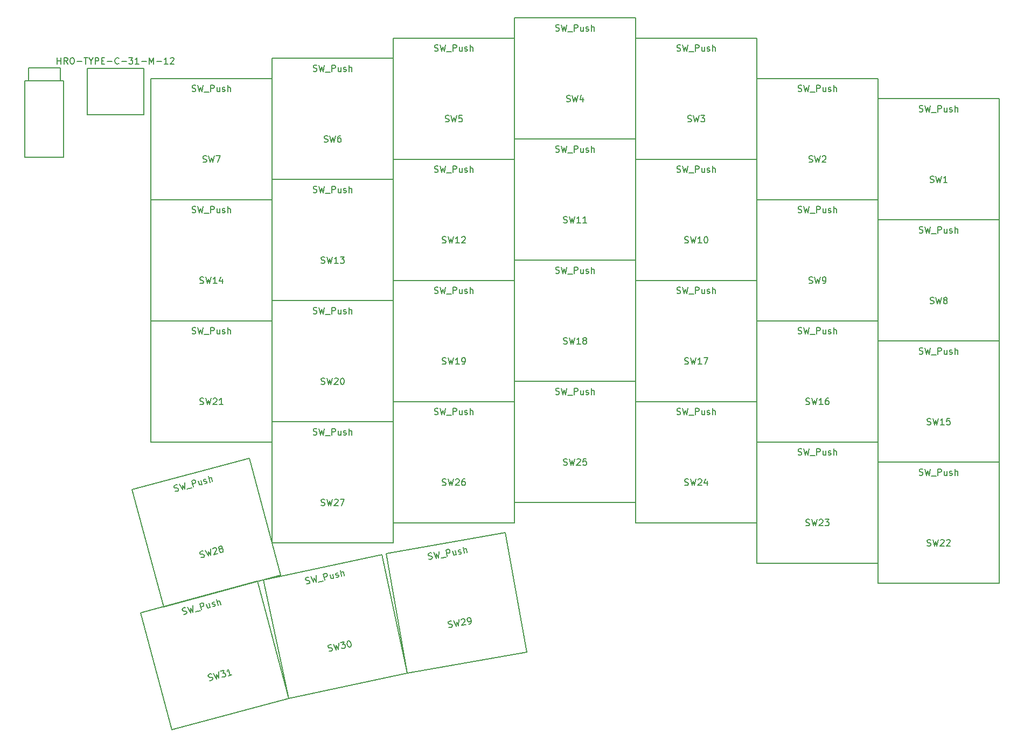
<source format=gbr>
G04 #@! TF.GenerationSoftware,KiCad,Pcbnew,(5.1.4-0)*
G04 #@! TF.CreationDate,2020-12-01T00:50:15+01:00*
G04 #@! TF.ProjectId,stm32split,73746d33-3273-4706-9c69-742e6b696361,rev?*
G04 #@! TF.SameCoordinates,Original*
G04 #@! TF.FileFunction,Drawing*
%FSLAX46Y46*%
G04 Gerber Fmt 4.6, Leading zero omitted, Abs format (unit mm)*
G04 Created by KiCad (PCBNEW (5.1.4-0)) date 2020-12-01 00:50:15*
%MOMM*%
%LPD*%
G04 APERTURE LIST*
%ADD10C,0.150000*%
G04 APERTURE END LIST*
D10*
X97750000Y-49730000D02*
X92750000Y-49730000D01*
X97750000Y-51730000D02*
X97750000Y-49730000D01*
X92750000Y-51730000D02*
X92750000Y-49730000D01*
X92200000Y-51730000D02*
X98300000Y-51730000D01*
X92200000Y-63830000D02*
X98300000Y-63830000D01*
X98300000Y-51730000D02*
X98300000Y-63830000D01*
X92200000Y-51730000D02*
X92200000Y-63830000D01*
X110916250Y-49837500D02*
X101976250Y-49837500D01*
X110916250Y-49837500D02*
X110916250Y-57137500D01*
X101976250Y-49837500D02*
X101976250Y-57137500D01*
X110916250Y-57137500D02*
X101976250Y-57137500D01*
X110364305Y-135394808D02*
X128765192Y-130464305D01*
X128765192Y-130464305D02*
X133695695Y-148865192D01*
X133695695Y-148865192D02*
X115294808Y-153795695D01*
X115294808Y-153795695D02*
X110364305Y-135394808D01*
X129722785Y-130223503D02*
X148356497Y-126262785D01*
X148356497Y-126262785D02*
X152317215Y-144896497D01*
X152317215Y-144896497D02*
X133683503Y-148857215D01*
X133683503Y-148857215D02*
X129722785Y-130223503D01*
X148985707Y-126143705D02*
X167746295Y-122835707D01*
X167746295Y-122835707D02*
X171054293Y-141596295D01*
X171054293Y-141596295D02*
X152293705Y-144904293D01*
X152293705Y-144904293D02*
X148985707Y-126143705D01*
X109064305Y-116064808D02*
X127465192Y-111134305D01*
X127465192Y-111134305D02*
X132395695Y-129535192D01*
X132395695Y-129535192D02*
X113994808Y-134465695D01*
X113994808Y-134465695D02*
X109064305Y-116064808D01*
X131052500Y-105400000D02*
X150102500Y-105400000D01*
X150102500Y-105400000D02*
X150102500Y-124450000D01*
X150102500Y-124450000D02*
X131052500Y-124450000D01*
X131052500Y-124450000D02*
X131052500Y-105400000D01*
X150102500Y-102225000D02*
X169152500Y-102225000D01*
X169152500Y-102225000D02*
X169152500Y-121275000D01*
X169152500Y-121275000D02*
X150102500Y-121275000D01*
X150102500Y-121275000D02*
X150102500Y-102225000D01*
X169152500Y-99050000D02*
X188202500Y-99050000D01*
X188202500Y-99050000D02*
X188202500Y-118100000D01*
X188202500Y-118100000D02*
X169152500Y-118100000D01*
X169152500Y-118100000D02*
X169152500Y-99050000D01*
X188202500Y-102225000D02*
X207252500Y-102225000D01*
X207252500Y-102225000D02*
X207252500Y-121275000D01*
X207252500Y-121275000D02*
X188202500Y-121275000D01*
X188202500Y-121275000D02*
X188202500Y-102225000D01*
X207252500Y-108575000D02*
X226302500Y-108575000D01*
X226302500Y-108575000D02*
X226302500Y-127625000D01*
X226302500Y-127625000D02*
X207252500Y-127625000D01*
X207252500Y-127625000D02*
X207252500Y-108575000D01*
X226302500Y-111750000D02*
X245352500Y-111750000D01*
X245352500Y-111750000D02*
X245352500Y-130800000D01*
X245352500Y-130800000D02*
X226302500Y-130800000D01*
X226302500Y-130800000D02*
X226302500Y-111750000D01*
X112002500Y-89525000D02*
X131052500Y-89525000D01*
X131052500Y-89525000D02*
X131052500Y-108575000D01*
X131052500Y-108575000D02*
X112002500Y-108575000D01*
X112002500Y-108575000D02*
X112002500Y-89525000D01*
X131052500Y-86350000D02*
X150102500Y-86350000D01*
X150102500Y-86350000D02*
X150102500Y-105400000D01*
X150102500Y-105400000D02*
X131052500Y-105400000D01*
X131052500Y-105400000D02*
X131052500Y-86350000D01*
X150102500Y-83175000D02*
X169152500Y-83175000D01*
X169152500Y-83175000D02*
X169152500Y-102225000D01*
X169152500Y-102225000D02*
X150102500Y-102225000D01*
X150102500Y-102225000D02*
X150102500Y-83175000D01*
X169152500Y-80000000D02*
X188202500Y-80000000D01*
X188202500Y-80000000D02*
X188202500Y-99050000D01*
X188202500Y-99050000D02*
X169152500Y-99050000D01*
X169152500Y-99050000D02*
X169152500Y-80000000D01*
X188202500Y-83175000D02*
X207252500Y-83175000D01*
X207252500Y-83175000D02*
X207252500Y-102225000D01*
X207252500Y-102225000D02*
X188202500Y-102225000D01*
X188202500Y-102225000D02*
X188202500Y-83175000D01*
X207252500Y-89525000D02*
X226302500Y-89525000D01*
X226302500Y-89525000D02*
X226302500Y-108575000D01*
X226302500Y-108575000D02*
X207252500Y-108575000D01*
X207252500Y-108575000D02*
X207252500Y-89525000D01*
X226302500Y-92700000D02*
X245352500Y-92700000D01*
X245352500Y-92700000D02*
X245352500Y-111750000D01*
X245352500Y-111750000D02*
X226302500Y-111750000D01*
X226302500Y-111750000D02*
X226302500Y-92700000D01*
X112002500Y-70475000D02*
X131052500Y-70475000D01*
X131052500Y-70475000D02*
X131052500Y-89525000D01*
X131052500Y-89525000D02*
X112002500Y-89525000D01*
X112002500Y-89525000D02*
X112002500Y-70475000D01*
X131052500Y-67300000D02*
X150102500Y-67300000D01*
X150102500Y-67300000D02*
X150102500Y-86350000D01*
X150102500Y-86350000D02*
X131052500Y-86350000D01*
X131052500Y-86350000D02*
X131052500Y-67300000D01*
X150102500Y-64125000D02*
X169152500Y-64125000D01*
X169152500Y-64125000D02*
X169152500Y-83175000D01*
X169152500Y-83175000D02*
X150102500Y-83175000D01*
X150102500Y-83175000D02*
X150102500Y-64125000D01*
X169152500Y-60950000D02*
X188202500Y-60950000D01*
X188202500Y-60950000D02*
X188202500Y-80000000D01*
X188202500Y-80000000D02*
X169152500Y-80000000D01*
X169152500Y-80000000D02*
X169152500Y-60950000D01*
X188202500Y-64125000D02*
X207252500Y-64125000D01*
X207252500Y-64125000D02*
X207252500Y-83175000D01*
X207252500Y-83175000D02*
X188202500Y-83175000D01*
X188202500Y-83175000D02*
X188202500Y-64125000D01*
X207252500Y-70475000D02*
X226302500Y-70475000D01*
X226302500Y-70475000D02*
X226302500Y-89525000D01*
X226302500Y-89525000D02*
X207252500Y-89525000D01*
X207252500Y-89525000D02*
X207252500Y-70475000D01*
X226302500Y-73650000D02*
X245352500Y-73650000D01*
X245352500Y-73650000D02*
X245352500Y-92700000D01*
X245352500Y-92700000D02*
X226302500Y-92700000D01*
X226302500Y-92700000D02*
X226302500Y-73650000D01*
X112002500Y-51425000D02*
X131052500Y-51425000D01*
X131052500Y-51425000D02*
X131052500Y-70475000D01*
X131052500Y-70475000D02*
X112002500Y-70475000D01*
X112002500Y-70475000D02*
X112002500Y-51425000D01*
X131052500Y-48250000D02*
X150102500Y-48250000D01*
X150102500Y-48250000D02*
X150102500Y-67300000D01*
X150102500Y-67300000D02*
X131052500Y-67300000D01*
X131052500Y-67300000D02*
X131052500Y-48250000D01*
X150102500Y-45075000D02*
X169152500Y-45075000D01*
X169152500Y-45075000D02*
X169152500Y-64125000D01*
X169152500Y-64125000D02*
X150102500Y-64125000D01*
X150102500Y-64125000D02*
X150102500Y-45075000D01*
X169152500Y-41900000D02*
X188202500Y-41900000D01*
X188202500Y-41900000D02*
X188202500Y-60950000D01*
X188202500Y-60950000D02*
X169152500Y-60950000D01*
X169152500Y-60950000D02*
X169152500Y-41900000D01*
X188202500Y-45075000D02*
X207252500Y-45075000D01*
X207252500Y-45075000D02*
X207252500Y-64125000D01*
X207252500Y-64125000D02*
X188202500Y-64125000D01*
X188202500Y-64125000D02*
X188202500Y-45075000D01*
X207252500Y-51425000D02*
X226302500Y-51425000D01*
X226302500Y-51425000D02*
X226302500Y-70475000D01*
X226302500Y-70475000D02*
X207252500Y-70475000D01*
X207252500Y-70475000D02*
X207252500Y-51425000D01*
X226302500Y-54600000D02*
X245352500Y-54600000D01*
X245352500Y-54600000D02*
X245352500Y-73650000D01*
X245352500Y-73650000D02*
X226302500Y-73650000D01*
X226302500Y-73650000D02*
X226302500Y-54600000D01*
X97303392Y-49139880D02*
X97303392Y-48139880D01*
X97303392Y-48616071D02*
X97874821Y-48616071D01*
X97874821Y-49139880D02*
X97874821Y-48139880D01*
X98922440Y-49139880D02*
X98589107Y-48663690D01*
X98351011Y-49139880D02*
X98351011Y-48139880D01*
X98731964Y-48139880D01*
X98827202Y-48187500D01*
X98874821Y-48235119D01*
X98922440Y-48330357D01*
X98922440Y-48473214D01*
X98874821Y-48568452D01*
X98827202Y-48616071D01*
X98731964Y-48663690D01*
X98351011Y-48663690D01*
X99541488Y-48139880D02*
X99731964Y-48139880D01*
X99827202Y-48187500D01*
X99922440Y-48282738D01*
X99970059Y-48473214D01*
X99970059Y-48806547D01*
X99922440Y-48997023D01*
X99827202Y-49092261D01*
X99731964Y-49139880D01*
X99541488Y-49139880D01*
X99446250Y-49092261D01*
X99351011Y-48997023D01*
X99303392Y-48806547D01*
X99303392Y-48473214D01*
X99351011Y-48282738D01*
X99446250Y-48187500D01*
X99541488Y-48139880D01*
X100398630Y-48758928D02*
X101160535Y-48758928D01*
X101493869Y-48139880D02*
X102065297Y-48139880D01*
X101779583Y-49139880D02*
X101779583Y-48139880D01*
X102589107Y-48663690D02*
X102589107Y-49139880D01*
X102255773Y-48139880D02*
X102589107Y-48663690D01*
X102922440Y-48139880D01*
X103255773Y-49139880D02*
X103255773Y-48139880D01*
X103636726Y-48139880D01*
X103731964Y-48187500D01*
X103779583Y-48235119D01*
X103827202Y-48330357D01*
X103827202Y-48473214D01*
X103779583Y-48568452D01*
X103731964Y-48616071D01*
X103636726Y-48663690D01*
X103255773Y-48663690D01*
X104255773Y-48616071D02*
X104589107Y-48616071D01*
X104731964Y-49139880D02*
X104255773Y-49139880D01*
X104255773Y-48139880D01*
X104731964Y-48139880D01*
X105160535Y-48758928D02*
X105922440Y-48758928D01*
X106970059Y-49044642D02*
X106922440Y-49092261D01*
X106779583Y-49139880D01*
X106684345Y-49139880D01*
X106541488Y-49092261D01*
X106446250Y-48997023D01*
X106398630Y-48901785D01*
X106351011Y-48711309D01*
X106351011Y-48568452D01*
X106398630Y-48377976D01*
X106446250Y-48282738D01*
X106541488Y-48187500D01*
X106684345Y-48139880D01*
X106779583Y-48139880D01*
X106922440Y-48187500D01*
X106970059Y-48235119D01*
X107398630Y-48758928D02*
X108160535Y-48758928D01*
X108541488Y-48139880D02*
X109160535Y-48139880D01*
X108827202Y-48520833D01*
X108970059Y-48520833D01*
X109065297Y-48568452D01*
X109112916Y-48616071D01*
X109160535Y-48711309D01*
X109160535Y-48949404D01*
X109112916Y-49044642D01*
X109065297Y-49092261D01*
X108970059Y-49139880D01*
X108684345Y-49139880D01*
X108589107Y-49092261D01*
X108541488Y-49044642D01*
X110112916Y-49139880D02*
X109541488Y-49139880D01*
X109827202Y-49139880D02*
X109827202Y-48139880D01*
X109731964Y-48282738D01*
X109636726Y-48377976D01*
X109541488Y-48425595D01*
X110541488Y-48758928D02*
X111303392Y-48758928D01*
X111779583Y-49139880D02*
X111779583Y-48139880D01*
X112112916Y-48854166D01*
X112446250Y-48139880D01*
X112446250Y-49139880D01*
X112922440Y-48758928D02*
X113684345Y-48758928D01*
X114684345Y-49139880D02*
X114112916Y-49139880D01*
X114398630Y-49139880D02*
X114398630Y-48139880D01*
X114303392Y-48282738D01*
X114208154Y-48377976D01*
X114112916Y-48425595D01*
X115065297Y-48235119D02*
X115112916Y-48187500D01*
X115208154Y-48139880D01*
X115446250Y-48139880D01*
X115541488Y-48187500D01*
X115589107Y-48235119D01*
X115636726Y-48330357D01*
X115636726Y-48425595D01*
X115589107Y-48568452D01*
X115017678Y-49139880D01*
X115636726Y-49139880D01*
X121208644Y-146056123D02*
X121358958Y-146065145D01*
X121588940Y-146003521D01*
X121668608Y-145932876D01*
X121702280Y-145874554D01*
X121723627Y-145770237D01*
X121698978Y-145678244D01*
X121628332Y-145598576D01*
X121570011Y-145564904D01*
X121465693Y-145543557D01*
X121269383Y-145546859D01*
X121165065Y-145525512D01*
X121106744Y-145491840D01*
X121036098Y-145412172D01*
X121011448Y-145320179D01*
X121032795Y-145215862D01*
X121066467Y-145157540D01*
X121146135Y-145086894D01*
X121376118Y-145025271D01*
X121526432Y-145034293D01*
X121836082Y-144902024D02*
X122324884Y-145806326D01*
X122323999Y-145067080D01*
X122692855Y-145707728D01*
X122664019Y-144680179D01*
X122939998Y-144606231D02*
X123537952Y-144446009D01*
X123314574Y-144900254D01*
X123452564Y-144863280D01*
X123556881Y-144884627D01*
X123615202Y-144918299D01*
X123685848Y-144997967D01*
X123747472Y-145227949D01*
X123726125Y-145332267D01*
X123692453Y-145390588D01*
X123612785Y-145461234D01*
X123336806Y-145535182D01*
X123232488Y-145513835D01*
X123174167Y-145480163D01*
X124716700Y-145165441D02*
X124164742Y-145313337D01*
X124440721Y-145239389D02*
X124181902Y-144273463D01*
X124126883Y-144436102D01*
X124059540Y-144552744D01*
X123979872Y-144623390D01*
X117136610Y-135642715D02*
X117286924Y-135651738D01*
X117516906Y-135590114D01*
X117596574Y-135519468D01*
X117630246Y-135461147D01*
X117651593Y-135356829D01*
X117626944Y-135264836D01*
X117556298Y-135185168D01*
X117497977Y-135151496D01*
X117393659Y-135130149D01*
X117197348Y-135133452D01*
X117093031Y-135112105D01*
X117034710Y-135078433D01*
X116964064Y-134998765D01*
X116939414Y-134906772D01*
X116960761Y-134802454D01*
X116994433Y-134744133D01*
X117074101Y-134673487D01*
X117304084Y-134611864D01*
X117454398Y-134620886D01*
X117764048Y-134488616D02*
X118252850Y-135392919D01*
X118251965Y-134653673D01*
X118620821Y-135294321D01*
X118591985Y-134266771D01*
X119013443Y-135287716D02*
X119749386Y-135090521D01*
X119954719Y-134936904D02*
X119695900Y-133970978D01*
X120063872Y-133872381D01*
X120168189Y-133893728D01*
X120226510Y-133927399D01*
X120297156Y-134007068D01*
X120334130Y-134145057D01*
X120312783Y-134249375D01*
X120279112Y-134307696D01*
X120199443Y-134378342D01*
X119831472Y-134476939D01*
X121162067Y-133923212D02*
X121334613Y-134567163D01*
X120748099Y-134034134D02*
X120883671Y-134540096D01*
X120954316Y-134619764D01*
X121058634Y-134641111D01*
X121196624Y-134604137D01*
X121276292Y-134533491D01*
X121309964Y-134475170D01*
X121736256Y-134410244D02*
X121840574Y-134431591D01*
X122024560Y-134382292D01*
X122104228Y-134311646D01*
X122125575Y-134207328D01*
X122113250Y-134161332D01*
X122042605Y-134081664D01*
X121938287Y-134060317D01*
X121800298Y-134097291D01*
X121695980Y-134075944D01*
X121625334Y-133996275D01*
X121613009Y-133950279D01*
X121634356Y-133845961D01*
X121714025Y-133775315D01*
X121852014Y-133738341D01*
X121956332Y-133759688D01*
X122576518Y-134234395D02*
X122317699Y-133268469D01*
X122990486Y-134123473D02*
X122854914Y-133617512D01*
X122784268Y-133537843D01*
X122679950Y-133516496D01*
X122541961Y-133553471D01*
X122462293Y-133624116D01*
X122428621Y-133682438D01*
X139994293Y-141437757D02*
X140143929Y-141454633D01*
X140376821Y-141405131D01*
X140460077Y-141338751D01*
X140496755Y-141282272D01*
X140523533Y-141179214D01*
X140503732Y-141086058D01*
X140437352Y-141002801D01*
X140380873Y-140966123D01*
X140277816Y-140939346D01*
X140081601Y-140932370D01*
X139978544Y-140905592D01*
X139922065Y-140868914D01*
X139855685Y-140785658D01*
X139835884Y-140692501D01*
X139862661Y-140589444D01*
X139899339Y-140532965D01*
X139982596Y-140466585D01*
X140215488Y-140417082D01*
X140365124Y-140433959D01*
X140681272Y-140318077D02*
X141122076Y-141246722D01*
X141159882Y-140508443D01*
X141494704Y-141167517D01*
X141519685Y-140139867D01*
X141799155Y-140080463D02*
X142404675Y-139951756D01*
X142157831Y-140393688D01*
X142297566Y-140363986D01*
X142400623Y-140390763D01*
X142457102Y-140427441D01*
X142523482Y-140510698D01*
X142572985Y-140743590D01*
X142546207Y-140846647D01*
X142509530Y-140903126D01*
X142426273Y-140969506D01*
X142146802Y-141028909D01*
X142043745Y-141002132D01*
X141987266Y-140965454D01*
X143010195Y-139823049D02*
X143103352Y-139803248D01*
X143206410Y-139830025D01*
X143262889Y-139866703D01*
X143329268Y-139949959D01*
X143415449Y-140126373D01*
X143464952Y-140359265D01*
X143457975Y-140555479D01*
X143431198Y-140658537D01*
X143394520Y-140715016D01*
X143311264Y-140781395D01*
X143218107Y-140801197D01*
X143115049Y-140774419D01*
X143058570Y-140737741D01*
X142992191Y-140654485D01*
X142906010Y-140478072D01*
X142856507Y-140245179D01*
X142863484Y-140048965D01*
X142890261Y-139945908D01*
X142926939Y-139889429D01*
X143010195Y-139823049D01*
X136472834Y-130825505D02*
X136622470Y-130842382D01*
X136855362Y-130792879D01*
X136938619Y-130726499D01*
X136975296Y-130670020D01*
X137002074Y-130566963D01*
X136982273Y-130473806D01*
X136915893Y-130390550D01*
X136859414Y-130353872D01*
X136756357Y-130327094D01*
X136560142Y-130320118D01*
X136457085Y-130293341D01*
X136400606Y-130256663D01*
X136334226Y-130173407D01*
X136314425Y-130080250D01*
X136341202Y-129977192D01*
X136377880Y-129920713D01*
X136461137Y-129854334D01*
X136694029Y-129804831D01*
X136843665Y-129821708D01*
X137159814Y-129705825D02*
X137600618Y-130634470D01*
X137638423Y-129896191D01*
X137973245Y-130555266D01*
X137998226Y-129527615D01*
X138365674Y-130569218D02*
X139110929Y-130410809D01*
X139324020Y-130268150D02*
X139116109Y-129290002D01*
X139488736Y-129210797D01*
X139591794Y-129237575D01*
X139648273Y-129274253D01*
X139714652Y-129357509D01*
X139744354Y-129497244D01*
X139717577Y-129600302D01*
X139680899Y-129656781D01*
X139597643Y-129723160D01*
X139225015Y-129802365D01*
X140582766Y-129319034D02*
X140721374Y-129971133D01*
X140163560Y-129408139D02*
X140272466Y-129920502D01*
X140338846Y-130003759D01*
X140441903Y-130030536D01*
X140581639Y-130000834D01*
X140664895Y-129934455D01*
X140701573Y-129877976D01*
X141130680Y-129835449D02*
X141233737Y-129862227D01*
X141420051Y-129822624D01*
X141503307Y-129756245D01*
X141530085Y-129653187D01*
X141520184Y-129606609D01*
X141453805Y-129523353D01*
X141350747Y-129496575D01*
X141211012Y-129526277D01*
X141107954Y-129499500D01*
X141041575Y-129416243D01*
X141031674Y-129369665D01*
X141058451Y-129266607D01*
X141141708Y-129200228D01*
X141281443Y-129170526D01*
X141384501Y-129197303D01*
X141978992Y-129703818D02*
X141771081Y-128725670D01*
X142398199Y-129614713D02*
X142289292Y-129102350D01*
X142222913Y-129019093D01*
X142119855Y-128992316D01*
X141980120Y-129022018D01*
X141896864Y-129088397D01*
X141860186Y-129144876D01*
X158859586Y-137709598D02*
X159008541Y-137731686D01*
X159243019Y-137690342D01*
X159328542Y-137626908D01*
X159367168Y-137571743D01*
X159397526Y-137469683D01*
X159380988Y-137375892D01*
X159317555Y-137290370D01*
X159262390Y-137251743D01*
X159160330Y-137221386D01*
X158964478Y-137207566D01*
X158862418Y-137177208D01*
X158807254Y-137138581D01*
X158743820Y-137053059D01*
X158727282Y-136959268D01*
X158757640Y-136857208D01*
X158796267Y-136802043D01*
X158881789Y-136738610D01*
X159116267Y-136697265D01*
X159265223Y-136719354D01*
X159585223Y-136614575D02*
X159993349Y-137558038D01*
X160056897Y-136821528D01*
X160368514Y-137491887D01*
X160429344Y-136465734D01*
X160774151Y-136501642D02*
X160812778Y-136446478D01*
X160898300Y-136383044D01*
X161132778Y-136341700D01*
X161234838Y-136372057D01*
X161290003Y-136410684D01*
X161353436Y-136496206D01*
X161369974Y-136589997D01*
X161347885Y-136738953D01*
X160884366Y-137400928D01*
X161494009Y-137293431D01*
X161962965Y-137210742D02*
X162150547Y-137177666D01*
X162236069Y-137114232D01*
X162274696Y-137059068D01*
X162343680Y-136901843D01*
X162357500Y-136705992D01*
X162291348Y-136330827D01*
X162227915Y-136245305D01*
X162172750Y-136206678D01*
X162070690Y-136176320D01*
X161883108Y-136209396D01*
X161797585Y-136272830D01*
X161758959Y-136327994D01*
X161728601Y-136430054D01*
X161769946Y-136664532D01*
X161833379Y-136750055D01*
X161888544Y-136788681D01*
X161990604Y-136819039D01*
X162178187Y-136785963D01*
X162263709Y-136722530D01*
X162302335Y-136667365D01*
X162332693Y-136565305D01*
X155710635Y-126980914D02*
X155859591Y-127003002D01*
X156094069Y-126961658D01*
X156179591Y-126898224D01*
X156218218Y-126843059D01*
X156248575Y-126740999D01*
X156232037Y-126647208D01*
X156168604Y-126561686D01*
X156113439Y-126523059D01*
X156011379Y-126492702D01*
X155815528Y-126478882D01*
X155713467Y-126448524D01*
X155658303Y-126409897D01*
X155594869Y-126324375D01*
X155578331Y-126230584D01*
X155608689Y-126128524D01*
X155647316Y-126073359D01*
X155732838Y-126009926D01*
X155967316Y-125968581D01*
X156116272Y-125990670D01*
X156436272Y-125885891D02*
X156844398Y-126829354D01*
X156907946Y-126092844D01*
X157219563Y-126763203D01*
X157280393Y-125737050D01*
X157611266Y-126790842D02*
X158361596Y-126658539D01*
X158579536Y-126523403D02*
X158405888Y-125538595D01*
X158781052Y-125472443D01*
X158883113Y-125502801D01*
X158938277Y-125541428D01*
X159001711Y-125626950D01*
X159026518Y-125767637D01*
X158996160Y-125869697D01*
X158957533Y-125924861D01*
X158872011Y-125988295D01*
X158496846Y-126054447D01*
X159870639Y-125618795D02*
X159986404Y-126275334D01*
X159448578Y-125693216D02*
X159539537Y-126209068D01*
X159602970Y-126294590D01*
X159705030Y-126324948D01*
X159845717Y-126300141D01*
X159931239Y-126236707D01*
X159969866Y-126181543D01*
X160400196Y-126154018D02*
X160502256Y-126184375D01*
X160689838Y-126151299D01*
X160775360Y-126087866D01*
X160805718Y-125985806D01*
X160797449Y-125938910D01*
X160734016Y-125853388D01*
X160631955Y-125823030D01*
X160491269Y-125847837D01*
X160389208Y-125817479D01*
X160325775Y-125731957D01*
X160317506Y-125685061D01*
X160347864Y-125583001D01*
X160433386Y-125519568D01*
X160574073Y-125494761D01*
X160676133Y-125525119D01*
X161252585Y-126052072D02*
X161078937Y-125067264D01*
X161674646Y-125977651D02*
X161583687Y-125461800D01*
X161520254Y-125376277D01*
X161418194Y-125345920D01*
X161277507Y-125370726D01*
X161191985Y-125434160D01*
X161153358Y-125489325D01*
X119908644Y-126726123D02*
X120058958Y-126735145D01*
X120288940Y-126673521D01*
X120368608Y-126602876D01*
X120402280Y-126544554D01*
X120423627Y-126440237D01*
X120398978Y-126348244D01*
X120328332Y-126268576D01*
X120270011Y-126234904D01*
X120165693Y-126213557D01*
X119969383Y-126216859D01*
X119865065Y-126195512D01*
X119806744Y-126161840D01*
X119736098Y-126082172D01*
X119711448Y-125990179D01*
X119732795Y-125885862D01*
X119766467Y-125827540D01*
X119846135Y-125756894D01*
X120076118Y-125695271D01*
X120226432Y-125704293D01*
X120536082Y-125572024D02*
X121024884Y-126476326D01*
X121023999Y-125737080D01*
X121392855Y-126377728D01*
X121364019Y-125350179D01*
X121710644Y-125355899D02*
X121744315Y-125297578D01*
X121823983Y-125226932D01*
X122053966Y-125165308D01*
X122158283Y-125186655D01*
X122216605Y-125220327D01*
X122287251Y-125299995D01*
X122311900Y-125391988D01*
X122302878Y-125542302D01*
X121898817Y-126242156D01*
X122496771Y-126081935D01*
X122900832Y-125382081D02*
X122796514Y-125360734D01*
X122738193Y-125327062D01*
X122667547Y-125247394D01*
X122655222Y-125201397D01*
X122676569Y-125097080D01*
X122710241Y-125038759D01*
X122789909Y-124968113D01*
X122973895Y-124918814D01*
X123078213Y-124940161D01*
X123136534Y-124973833D01*
X123207180Y-125053501D01*
X123219505Y-125099497D01*
X123198158Y-125203815D01*
X123164486Y-125262136D01*
X123084818Y-125332782D01*
X122900832Y-125382081D01*
X122821164Y-125452727D01*
X122787492Y-125511048D01*
X122766145Y-125615366D01*
X122815444Y-125799351D01*
X122886090Y-125879020D01*
X122944411Y-125912691D01*
X123048728Y-125934038D01*
X123232714Y-125884740D01*
X123312382Y-125814094D01*
X123346054Y-125755773D01*
X123367401Y-125651455D01*
X123318102Y-125467469D01*
X123247456Y-125387801D01*
X123189135Y-125354129D01*
X123084818Y-125332782D01*
X115836610Y-116312715D02*
X115986924Y-116321738D01*
X116216906Y-116260114D01*
X116296574Y-116189468D01*
X116330246Y-116131147D01*
X116351593Y-116026829D01*
X116326944Y-115934836D01*
X116256298Y-115855168D01*
X116197977Y-115821496D01*
X116093659Y-115800149D01*
X115897348Y-115803452D01*
X115793031Y-115782105D01*
X115734710Y-115748433D01*
X115664064Y-115668765D01*
X115639414Y-115576772D01*
X115660761Y-115472454D01*
X115694433Y-115414133D01*
X115774101Y-115343487D01*
X116004084Y-115281864D01*
X116154398Y-115290886D01*
X116464048Y-115158616D02*
X116952850Y-116062919D01*
X116951965Y-115323673D01*
X117320821Y-115964321D01*
X117291985Y-114936771D01*
X117713443Y-115957716D02*
X118449386Y-115760521D01*
X118654719Y-115606904D02*
X118395900Y-114640978D01*
X118763872Y-114542381D01*
X118868189Y-114563728D01*
X118926510Y-114597399D01*
X118997156Y-114677068D01*
X119034130Y-114815057D01*
X119012783Y-114919375D01*
X118979112Y-114977696D01*
X118899443Y-115048342D01*
X118531472Y-115146939D01*
X119862067Y-114593212D02*
X120034613Y-115237163D01*
X119448099Y-114704134D02*
X119583671Y-115210096D01*
X119654316Y-115289764D01*
X119758634Y-115311111D01*
X119896624Y-115274137D01*
X119976292Y-115203491D01*
X120009964Y-115145170D01*
X120436256Y-115080244D02*
X120540574Y-115101591D01*
X120724560Y-115052292D01*
X120804228Y-114981646D01*
X120825575Y-114877328D01*
X120813250Y-114831332D01*
X120742605Y-114751664D01*
X120638287Y-114730317D01*
X120500298Y-114767291D01*
X120395980Y-114745944D01*
X120325334Y-114666275D01*
X120313009Y-114620279D01*
X120334356Y-114515961D01*
X120414025Y-114445315D01*
X120552014Y-114408341D01*
X120656332Y-114429688D01*
X121276518Y-114904395D02*
X121017699Y-113938469D01*
X121690486Y-114793473D02*
X121554914Y-114287512D01*
X121484268Y-114207843D01*
X121379950Y-114186496D01*
X121241961Y-114223471D01*
X121162293Y-114294116D01*
X121128621Y-114352438D01*
X138767976Y-118504761D02*
X138910833Y-118552380D01*
X139148928Y-118552380D01*
X139244166Y-118504761D01*
X139291785Y-118457142D01*
X139339404Y-118361904D01*
X139339404Y-118266666D01*
X139291785Y-118171428D01*
X139244166Y-118123809D01*
X139148928Y-118076190D01*
X138958452Y-118028571D01*
X138863214Y-117980952D01*
X138815595Y-117933333D01*
X138767976Y-117838095D01*
X138767976Y-117742857D01*
X138815595Y-117647619D01*
X138863214Y-117600000D01*
X138958452Y-117552380D01*
X139196547Y-117552380D01*
X139339404Y-117600000D01*
X139672738Y-117552380D02*
X139910833Y-118552380D01*
X140101309Y-117838095D01*
X140291785Y-118552380D01*
X140529880Y-117552380D01*
X140863214Y-117647619D02*
X140910833Y-117600000D01*
X141006071Y-117552380D01*
X141244166Y-117552380D01*
X141339404Y-117600000D01*
X141387023Y-117647619D01*
X141434642Y-117742857D01*
X141434642Y-117838095D01*
X141387023Y-117980952D01*
X140815595Y-118552380D01*
X141434642Y-118552380D01*
X141767976Y-117552380D02*
X142434642Y-117552380D01*
X142006071Y-118552380D01*
X137529880Y-107392261D02*
X137672738Y-107439880D01*
X137910833Y-107439880D01*
X138006071Y-107392261D01*
X138053690Y-107344642D01*
X138101309Y-107249404D01*
X138101309Y-107154166D01*
X138053690Y-107058928D01*
X138006071Y-107011309D01*
X137910833Y-106963690D01*
X137720357Y-106916071D01*
X137625119Y-106868452D01*
X137577500Y-106820833D01*
X137529880Y-106725595D01*
X137529880Y-106630357D01*
X137577500Y-106535119D01*
X137625119Y-106487500D01*
X137720357Y-106439880D01*
X137958452Y-106439880D01*
X138101309Y-106487500D01*
X138434642Y-106439880D02*
X138672738Y-107439880D01*
X138863214Y-106725595D01*
X139053690Y-107439880D01*
X139291785Y-106439880D01*
X139434642Y-107535119D02*
X140196547Y-107535119D01*
X140434642Y-107439880D02*
X140434642Y-106439880D01*
X140815595Y-106439880D01*
X140910833Y-106487500D01*
X140958452Y-106535119D01*
X141006071Y-106630357D01*
X141006071Y-106773214D01*
X140958452Y-106868452D01*
X140910833Y-106916071D01*
X140815595Y-106963690D01*
X140434642Y-106963690D01*
X141863214Y-106773214D02*
X141863214Y-107439880D01*
X141434642Y-106773214D02*
X141434642Y-107297023D01*
X141482261Y-107392261D01*
X141577500Y-107439880D01*
X141720357Y-107439880D01*
X141815595Y-107392261D01*
X141863214Y-107344642D01*
X142291785Y-107392261D02*
X142387023Y-107439880D01*
X142577500Y-107439880D01*
X142672738Y-107392261D01*
X142720357Y-107297023D01*
X142720357Y-107249404D01*
X142672738Y-107154166D01*
X142577500Y-107106547D01*
X142434642Y-107106547D01*
X142339404Y-107058928D01*
X142291785Y-106963690D01*
X142291785Y-106916071D01*
X142339404Y-106820833D01*
X142434642Y-106773214D01*
X142577500Y-106773214D01*
X142672738Y-106820833D01*
X143148928Y-107439880D02*
X143148928Y-106439880D01*
X143577500Y-107439880D02*
X143577500Y-106916071D01*
X143529880Y-106820833D01*
X143434642Y-106773214D01*
X143291785Y-106773214D01*
X143196547Y-106820833D01*
X143148928Y-106868452D01*
X157817976Y-115329761D02*
X157960833Y-115377380D01*
X158198928Y-115377380D01*
X158294166Y-115329761D01*
X158341785Y-115282142D01*
X158389404Y-115186904D01*
X158389404Y-115091666D01*
X158341785Y-114996428D01*
X158294166Y-114948809D01*
X158198928Y-114901190D01*
X158008452Y-114853571D01*
X157913214Y-114805952D01*
X157865595Y-114758333D01*
X157817976Y-114663095D01*
X157817976Y-114567857D01*
X157865595Y-114472619D01*
X157913214Y-114425000D01*
X158008452Y-114377380D01*
X158246547Y-114377380D01*
X158389404Y-114425000D01*
X158722738Y-114377380D02*
X158960833Y-115377380D01*
X159151309Y-114663095D01*
X159341785Y-115377380D01*
X159579880Y-114377380D01*
X159913214Y-114472619D02*
X159960833Y-114425000D01*
X160056071Y-114377380D01*
X160294166Y-114377380D01*
X160389404Y-114425000D01*
X160437023Y-114472619D01*
X160484642Y-114567857D01*
X160484642Y-114663095D01*
X160437023Y-114805952D01*
X159865595Y-115377380D01*
X160484642Y-115377380D01*
X161341785Y-114377380D02*
X161151309Y-114377380D01*
X161056071Y-114425000D01*
X161008452Y-114472619D01*
X160913214Y-114615476D01*
X160865595Y-114805952D01*
X160865595Y-115186904D01*
X160913214Y-115282142D01*
X160960833Y-115329761D01*
X161056071Y-115377380D01*
X161246547Y-115377380D01*
X161341785Y-115329761D01*
X161389404Y-115282142D01*
X161437023Y-115186904D01*
X161437023Y-114948809D01*
X161389404Y-114853571D01*
X161341785Y-114805952D01*
X161246547Y-114758333D01*
X161056071Y-114758333D01*
X160960833Y-114805952D01*
X160913214Y-114853571D01*
X160865595Y-114948809D01*
X156579880Y-104217261D02*
X156722738Y-104264880D01*
X156960833Y-104264880D01*
X157056071Y-104217261D01*
X157103690Y-104169642D01*
X157151309Y-104074404D01*
X157151309Y-103979166D01*
X157103690Y-103883928D01*
X157056071Y-103836309D01*
X156960833Y-103788690D01*
X156770357Y-103741071D01*
X156675119Y-103693452D01*
X156627500Y-103645833D01*
X156579880Y-103550595D01*
X156579880Y-103455357D01*
X156627500Y-103360119D01*
X156675119Y-103312500D01*
X156770357Y-103264880D01*
X157008452Y-103264880D01*
X157151309Y-103312500D01*
X157484642Y-103264880D02*
X157722738Y-104264880D01*
X157913214Y-103550595D01*
X158103690Y-104264880D01*
X158341785Y-103264880D01*
X158484642Y-104360119D02*
X159246547Y-104360119D01*
X159484642Y-104264880D02*
X159484642Y-103264880D01*
X159865595Y-103264880D01*
X159960833Y-103312500D01*
X160008452Y-103360119D01*
X160056071Y-103455357D01*
X160056071Y-103598214D01*
X160008452Y-103693452D01*
X159960833Y-103741071D01*
X159865595Y-103788690D01*
X159484642Y-103788690D01*
X160913214Y-103598214D02*
X160913214Y-104264880D01*
X160484642Y-103598214D02*
X160484642Y-104122023D01*
X160532261Y-104217261D01*
X160627500Y-104264880D01*
X160770357Y-104264880D01*
X160865595Y-104217261D01*
X160913214Y-104169642D01*
X161341785Y-104217261D02*
X161437023Y-104264880D01*
X161627500Y-104264880D01*
X161722738Y-104217261D01*
X161770357Y-104122023D01*
X161770357Y-104074404D01*
X161722738Y-103979166D01*
X161627500Y-103931547D01*
X161484642Y-103931547D01*
X161389404Y-103883928D01*
X161341785Y-103788690D01*
X161341785Y-103741071D01*
X161389404Y-103645833D01*
X161484642Y-103598214D01*
X161627500Y-103598214D01*
X161722738Y-103645833D01*
X162198928Y-104264880D02*
X162198928Y-103264880D01*
X162627500Y-104264880D02*
X162627500Y-103741071D01*
X162579880Y-103645833D01*
X162484642Y-103598214D01*
X162341785Y-103598214D01*
X162246547Y-103645833D01*
X162198928Y-103693452D01*
X176867976Y-112154761D02*
X177010833Y-112202380D01*
X177248928Y-112202380D01*
X177344166Y-112154761D01*
X177391785Y-112107142D01*
X177439404Y-112011904D01*
X177439404Y-111916666D01*
X177391785Y-111821428D01*
X177344166Y-111773809D01*
X177248928Y-111726190D01*
X177058452Y-111678571D01*
X176963214Y-111630952D01*
X176915595Y-111583333D01*
X176867976Y-111488095D01*
X176867976Y-111392857D01*
X176915595Y-111297619D01*
X176963214Y-111250000D01*
X177058452Y-111202380D01*
X177296547Y-111202380D01*
X177439404Y-111250000D01*
X177772738Y-111202380D02*
X178010833Y-112202380D01*
X178201309Y-111488095D01*
X178391785Y-112202380D01*
X178629880Y-111202380D01*
X178963214Y-111297619D02*
X179010833Y-111250000D01*
X179106071Y-111202380D01*
X179344166Y-111202380D01*
X179439404Y-111250000D01*
X179487023Y-111297619D01*
X179534642Y-111392857D01*
X179534642Y-111488095D01*
X179487023Y-111630952D01*
X178915595Y-112202380D01*
X179534642Y-112202380D01*
X180439404Y-111202380D02*
X179963214Y-111202380D01*
X179915595Y-111678571D01*
X179963214Y-111630952D01*
X180058452Y-111583333D01*
X180296547Y-111583333D01*
X180391785Y-111630952D01*
X180439404Y-111678571D01*
X180487023Y-111773809D01*
X180487023Y-112011904D01*
X180439404Y-112107142D01*
X180391785Y-112154761D01*
X180296547Y-112202380D01*
X180058452Y-112202380D01*
X179963214Y-112154761D01*
X179915595Y-112107142D01*
X175629880Y-101042261D02*
X175772738Y-101089880D01*
X176010833Y-101089880D01*
X176106071Y-101042261D01*
X176153690Y-100994642D01*
X176201309Y-100899404D01*
X176201309Y-100804166D01*
X176153690Y-100708928D01*
X176106071Y-100661309D01*
X176010833Y-100613690D01*
X175820357Y-100566071D01*
X175725119Y-100518452D01*
X175677500Y-100470833D01*
X175629880Y-100375595D01*
X175629880Y-100280357D01*
X175677500Y-100185119D01*
X175725119Y-100137500D01*
X175820357Y-100089880D01*
X176058452Y-100089880D01*
X176201309Y-100137500D01*
X176534642Y-100089880D02*
X176772738Y-101089880D01*
X176963214Y-100375595D01*
X177153690Y-101089880D01*
X177391785Y-100089880D01*
X177534642Y-101185119D02*
X178296547Y-101185119D01*
X178534642Y-101089880D02*
X178534642Y-100089880D01*
X178915595Y-100089880D01*
X179010833Y-100137500D01*
X179058452Y-100185119D01*
X179106071Y-100280357D01*
X179106071Y-100423214D01*
X179058452Y-100518452D01*
X179010833Y-100566071D01*
X178915595Y-100613690D01*
X178534642Y-100613690D01*
X179963214Y-100423214D02*
X179963214Y-101089880D01*
X179534642Y-100423214D02*
X179534642Y-100947023D01*
X179582261Y-101042261D01*
X179677500Y-101089880D01*
X179820357Y-101089880D01*
X179915595Y-101042261D01*
X179963214Y-100994642D01*
X180391785Y-101042261D02*
X180487023Y-101089880D01*
X180677500Y-101089880D01*
X180772738Y-101042261D01*
X180820357Y-100947023D01*
X180820357Y-100899404D01*
X180772738Y-100804166D01*
X180677500Y-100756547D01*
X180534642Y-100756547D01*
X180439404Y-100708928D01*
X180391785Y-100613690D01*
X180391785Y-100566071D01*
X180439404Y-100470833D01*
X180534642Y-100423214D01*
X180677500Y-100423214D01*
X180772738Y-100470833D01*
X181248928Y-101089880D02*
X181248928Y-100089880D01*
X181677500Y-101089880D02*
X181677500Y-100566071D01*
X181629880Y-100470833D01*
X181534642Y-100423214D01*
X181391785Y-100423214D01*
X181296547Y-100470833D01*
X181248928Y-100518452D01*
X195917976Y-115329761D02*
X196060833Y-115377380D01*
X196298928Y-115377380D01*
X196394166Y-115329761D01*
X196441785Y-115282142D01*
X196489404Y-115186904D01*
X196489404Y-115091666D01*
X196441785Y-114996428D01*
X196394166Y-114948809D01*
X196298928Y-114901190D01*
X196108452Y-114853571D01*
X196013214Y-114805952D01*
X195965595Y-114758333D01*
X195917976Y-114663095D01*
X195917976Y-114567857D01*
X195965595Y-114472619D01*
X196013214Y-114425000D01*
X196108452Y-114377380D01*
X196346547Y-114377380D01*
X196489404Y-114425000D01*
X196822738Y-114377380D02*
X197060833Y-115377380D01*
X197251309Y-114663095D01*
X197441785Y-115377380D01*
X197679880Y-114377380D01*
X198013214Y-114472619D02*
X198060833Y-114425000D01*
X198156071Y-114377380D01*
X198394166Y-114377380D01*
X198489404Y-114425000D01*
X198537023Y-114472619D01*
X198584642Y-114567857D01*
X198584642Y-114663095D01*
X198537023Y-114805952D01*
X197965595Y-115377380D01*
X198584642Y-115377380D01*
X199441785Y-114710714D02*
X199441785Y-115377380D01*
X199203690Y-114329761D02*
X198965595Y-115044047D01*
X199584642Y-115044047D01*
X194679880Y-104217261D02*
X194822738Y-104264880D01*
X195060833Y-104264880D01*
X195156071Y-104217261D01*
X195203690Y-104169642D01*
X195251309Y-104074404D01*
X195251309Y-103979166D01*
X195203690Y-103883928D01*
X195156071Y-103836309D01*
X195060833Y-103788690D01*
X194870357Y-103741071D01*
X194775119Y-103693452D01*
X194727500Y-103645833D01*
X194679880Y-103550595D01*
X194679880Y-103455357D01*
X194727500Y-103360119D01*
X194775119Y-103312500D01*
X194870357Y-103264880D01*
X195108452Y-103264880D01*
X195251309Y-103312500D01*
X195584642Y-103264880D02*
X195822738Y-104264880D01*
X196013214Y-103550595D01*
X196203690Y-104264880D01*
X196441785Y-103264880D01*
X196584642Y-104360119D02*
X197346547Y-104360119D01*
X197584642Y-104264880D02*
X197584642Y-103264880D01*
X197965595Y-103264880D01*
X198060833Y-103312500D01*
X198108452Y-103360119D01*
X198156071Y-103455357D01*
X198156071Y-103598214D01*
X198108452Y-103693452D01*
X198060833Y-103741071D01*
X197965595Y-103788690D01*
X197584642Y-103788690D01*
X199013214Y-103598214D02*
X199013214Y-104264880D01*
X198584642Y-103598214D02*
X198584642Y-104122023D01*
X198632261Y-104217261D01*
X198727500Y-104264880D01*
X198870357Y-104264880D01*
X198965595Y-104217261D01*
X199013214Y-104169642D01*
X199441785Y-104217261D02*
X199537023Y-104264880D01*
X199727500Y-104264880D01*
X199822738Y-104217261D01*
X199870357Y-104122023D01*
X199870357Y-104074404D01*
X199822738Y-103979166D01*
X199727500Y-103931547D01*
X199584642Y-103931547D01*
X199489404Y-103883928D01*
X199441785Y-103788690D01*
X199441785Y-103741071D01*
X199489404Y-103645833D01*
X199584642Y-103598214D01*
X199727500Y-103598214D01*
X199822738Y-103645833D01*
X200298928Y-104264880D02*
X200298928Y-103264880D01*
X200727500Y-104264880D02*
X200727500Y-103741071D01*
X200679880Y-103645833D01*
X200584642Y-103598214D01*
X200441785Y-103598214D01*
X200346547Y-103645833D01*
X200298928Y-103693452D01*
X214967976Y-121679761D02*
X215110833Y-121727380D01*
X215348928Y-121727380D01*
X215444166Y-121679761D01*
X215491785Y-121632142D01*
X215539404Y-121536904D01*
X215539404Y-121441666D01*
X215491785Y-121346428D01*
X215444166Y-121298809D01*
X215348928Y-121251190D01*
X215158452Y-121203571D01*
X215063214Y-121155952D01*
X215015595Y-121108333D01*
X214967976Y-121013095D01*
X214967976Y-120917857D01*
X215015595Y-120822619D01*
X215063214Y-120775000D01*
X215158452Y-120727380D01*
X215396547Y-120727380D01*
X215539404Y-120775000D01*
X215872738Y-120727380D02*
X216110833Y-121727380D01*
X216301309Y-121013095D01*
X216491785Y-121727380D01*
X216729880Y-120727380D01*
X217063214Y-120822619D02*
X217110833Y-120775000D01*
X217206071Y-120727380D01*
X217444166Y-120727380D01*
X217539404Y-120775000D01*
X217587023Y-120822619D01*
X217634642Y-120917857D01*
X217634642Y-121013095D01*
X217587023Y-121155952D01*
X217015595Y-121727380D01*
X217634642Y-121727380D01*
X217967976Y-120727380D02*
X218587023Y-120727380D01*
X218253690Y-121108333D01*
X218396547Y-121108333D01*
X218491785Y-121155952D01*
X218539404Y-121203571D01*
X218587023Y-121298809D01*
X218587023Y-121536904D01*
X218539404Y-121632142D01*
X218491785Y-121679761D01*
X218396547Y-121727380D01*
X218110833Y-121727380D01*
X218015595Y-121679761D01*
X217967976Y-121632142D01*
X213729880Y-110567261D02*
X213872738Y-110614880D01*
X214110833Y-110614880D01*
X214206071Y-110567261D01*
X214253690Y-110519642D01*
X214301309Y-110424404D01*
X214301309Y-110329166D01*
X214253690Y-110233928D01*
X214206071Y-110186309D01*
X214110833Y-110138690D01*
X213920357Y-110091071D01*
X213825119Y-110043452D01*
X213777500Y-109995833D01*
X213729880Y-109900595D01*
X213729880Y-109805357D01*
X213777500Y-109710119D01*
X213825119Y-109662500D01*
X213920357Y-109614880D01*
X214158452Y-109614880D01*
X214301309Y-109662500D01*
X214634642Y-109614880D02*
X214872738Y-110614880D01*
X215063214Y-109900595D01*
X215253690Y-110614880D01*
X215491785Y-109614880D01*
X215634642Y-110710119D02*
X216396547Y-110710119D01*
X216634642Y-110614880D02*
X216634642Y-109614880D01*
X217015595Y-109614880D01*
X217110833Y-109662500D01*
X217158452Y-109710119D01*
X217206071Y-109805357D01*
X217206071Y-109948214D01*
X217158452Y-110043452D01*
X217110833Y-110091071D01*
X217015595Y-110138690D01*
X216634642Y-110138690D01*
X218063214Y-109948214D02*
X218063214Y-110614880D01*
X217634642Y-109948214D02*
X217634642Y-110472023D01*
X217682261Y-110567261D01*
X217777500Y-110614880D01*
X217920357Y-110614880D01*
X218015595Y-110567261D01*
X218063214Y-110519642D01*
X218491785Y-110567261D02*
X218587023Y-110614880D01*
X218777500Y-110614880D01*
X218872738Y-110567261D01*
X218920357Y-110472023D01*
X218920357Y-110424404D01*
X218872738Y-110329166D01*
X218777500Y-110281547D01*
X218634642Y-110281547D01*
X218539404Y-110233928D01*
X218491785Y-110138690D01*
X218491785Y-110091071D01*
X218539404Y-109995833D01*
X218634642Y-109948214D01*
X218777500Y-109948214D01*
X218872738Y-109995833D01*
X219348928Y-110614880D02*
X219348928Y-109614880D01*
X219777500Y-110614880D02*
X219777500Y-110091071D01*
X219729880Y-109995833D01*
X219634642Y-109948214D01*
X219491785Y-109948214D01*
X219396547Y-109995833D01*
X219348928Y-110043452D01*
X234017976Y-124854761D02*
X234160833Y-124902380D01*
X234398928Y-124902380D01*
X234494166Y-124854761D01*
X234541785Y-124807142D01*
X234589404Y-124711904D01*
X234589404Y-124616666D01*
X234541785Y-124521428D01*
X234494166Y-124473809D01*
X234398928Y-124426190D01*
X234208452Y-124378571D01*
X234113214Y-124330952D01*
X234065595Y-124283333D01*
X234017976Y-124188095D01*
X234017976Y-124092857D01*
X234065595Y-123997619D01*
X234113214Y-123950000D01*
X234208452Y-123902380D01*
X234446547Y-123902380D01*
X234589404Y-123950000D01*
X234922738Y-123902380D02*
X235160833Y-124902380D01*
X235351309Y-124188095D01*
X235541785Y-124902380D01*
X235779880Y-123902380D01*
X236113214Y-123997619D02*
X236160833Y-123950000D01*
X236256071Y-123902380D01*
X236494166Y-123902380D01*
X236589404Y-123950000D01*
X236637023Y-123997619D01*
X236684642Y-124092857D01*
X236684642Y-124188095D01*
X236637023Y-124330952D01*
X236065595Y-124902380D01*
X236684642Y-124902380D01*
X237065595Y-123997619D02*
X237113214Y-123950000D01*
X237208452Y-123902380D01*
X237446547Y-123902380D01*
X237541785Y-123950000D01*
X237589404Y-123997619D01*
X237637023Y-124092857D01*
X237637023Y-124188095D01*
X237589404Y-124330952D01*
X237017976Y-124902380D01*
X237637023Y-124902380D01*
X232779880Y-113742261D02*
X232922738Y-113789880D01*
X233160833Y-113789880D01*
X233256071Y-113742261D01*
X233303690Y-113694642D01*
X233351309Y-113599404D01*
X233351309Y-113504166D01*
X233303690Y-113408928D01*
X233256071Y-113361309D01*
X233160833Y-113313690D01*
X232970357Y-113266071D01*
X232875119Y-113218452D01*
X232827500Y-113170833D01*
X232779880Y-113075595D01*
X232779880Y-112980357D01*
X232827500Y-112885119D01*
X232875119Y-112837500D01*
X232970357Y-112789880D01*
X233208452Y-112789880D01*
X233351309Y-112837500D01*
X233684642Y-112789880D02*
X233922738Y-113789880D01*
X234113214Y-113075595D01*
X234303690Y-113789880D01*
X234541785Y-112789880D01*
X234684642Y-113885119D02*
X235446547Y-113885119D01*
X235684642Y-113789880D02*
X235684642Y-112789880D01*
X236065595Y-112789880D01*
X236160833Y-112837500D01*
X236208452Y-112885119D01*
X236256071Y-112980357D01*
X236256071Y-113123214D01*
X236208452Y-113218452D01*
X236160833Y-113266071D01*
X236065595Y-113313690D01*
X235684642Y-113313690D01*
X237113214Y-113123214D02*
X237113214Y-113789880D01*
X236684642Y-113123214D02*
X236684642Y-113647023D01*
X236732261Y-113742261D01*
X236827500Y-113789880D01*
X236970357Y-113789880D01*
X237065595Y-113742261D01*
X237113214Y-113694642D01*
X237541785Y-113742261D02*
X237637023Y-113789880D01*
X237827500Y-113789880D01*
X237922738Y-113742261D01*
X237970357Y-113647023D01*
X237970357Y-113599404D01*
X237922738Y-113504166D01*
X237827500Y-113456547D01*
X237684642Y-113456547D01*
X237589404Y-113408928D01*
X237541785Y-113313690D01*
X237541785Y-113266071D01*
X237589404Y-113170833D01*
X237684642Y-113123214D01*
X237827500Y-113123214D01*
X237922738Y-113170833D01*
X238398928Y-113789880D02*
X238398928Y-112789880D01*
X238827500Y-113789880D02*
X238827500Y-113266071D01*
X238779880Y-113170833D01*
X238684642Y-113123214D01*
X238541785Y-113123214D01*
X238446547Y-113170833D01*
X238398928Y-113218452D01*
X119717976Y-102629761D02*
X119860833Y-102677380D01*
X120098928Y-102677380D01*
X120194166Y-102629761D01*
X120241785Y-102582142D01*
X120289404Y-102486904D01*
X120289404Y-102391666D01*
X120241785Y-102296428D01*
X120194166Y-102248809D01*
X120098928Y-102201190D01*
X119908452Y-102153571D01*
X119813214Y-102105952D01*
X119765595Y-102058333D01*
X119717976Y-101963095D01*
X119717976Y-101867857D01*
X119765595Y-101772619D01*
X119813214Y-101725000D01*
X119908452Y-101677380D01*
X120146547Y-101677380D01*
X120289404Y-101725000D01*
X120622738Y-101677380D02*
X120860833Y-102677380D01*
X121051309Y-101963095D01*
X121241785Y-102677380D01*
X121479880Y-101677380D01*
X121813214Y-101772619D02*
X121860833Y-101725000D01*
X121956071Y-101677380D01*
X122194166Y-101677380D01*
X122289404Y-101725000D01*
X122337023Y-101772619D01*
X122384642Y-101867857D01*
X122384642Y-101963095D01*
X122337023Y-102105952D01*
X121765595Y-102677380D01*
X122384642Y-102677380D01*
X123337023Y-102677380D02*
X122765595Y-102677380D01*
X123051309Y-102677380D02*
X123051309Y-101677380D01*
X122956071Y-101820238D01*
X122860833Y-101915476D01*
X122765595Y-101963095D01*
X118479880Y-91517261D02*
X118622738Y-91564880D01*
X118860833Y-91564880D01*
X118956071Y-91517261D01*
X119003690Y-91469642D01*
X119051309Y-91374404D01*
X119051309Y-91279166D01*
X119003690Y-91183928D01*
X118956071Y-91136309D01*
X118860833Y-91088690D01*
X118670357Y-91041071D01*
X118575119Y-90993452D01*
X118527500Y-90945833D01*
X118479880Y-90850595D01*
X118479880Y-90755357D01*
X118527500Y-90660119D01*
X118575119Y-90612500D01*
X118670357Y-90564880D01*
X118908452Y-90564880D01*
X119051309Y-90612500D01*
X119384642Y-90564880D02*
X119622738Y-91564880D01*
X119813214Y-90850595D01*
X120003690Y-91564880D01*
X120241785Y-90564880D01*
X120384642Y-91660119D02*
X121146547Y-91660119D01*
X121384642Y-91564880D02*
X121384642Y-90564880D01*
X121765595Y-90564880D01*
X121860833Y-90612500D01*
X121908452Y-90660119D01*
X121956071Y-90755357D01*
X121956071Y-90898214D01*
X121908452Y-90993452D01*
X121860833Y-91041071D01*
X121765595Y-91088690D01*
X121384642Y-91088690D01*
X122813214Y-90898214D02*
X122813214Y-91564880D01*
X122384642Y-90898214D02*
X122384642Y-91422023D01*
X122432261Y-91517261D01*
X122527500Y-91564880D01*
X122670357Y-91564880D01*
X122765595Y-91517261D01*
X122813214Y-91469642D01*
X123241785Y-91517261D02*
X123337023Y-91564880D01*
X123527500Y-91564880D01*
X123622738Y-91517261D01*
X123670357Y-91422023D01*
X123670357Y-91374404D01*
X123622738Y-91279166D01*
X123527500Y-91231547D01*
X123384642Y-91231547D01*
X123289404Y-91183928D01*
X123241785Y-91088690D01*
X123241785Y-91041071D01*
X123289404Y-90945833D01*
X123384642Y-90898214D01*
X123527500Y-90898214D01*
X123622738Y-90945833D01*
X124098928Y-91564880D02*
X124098928Y-90564880D01*
X124527500Y-91564880D02*
X124527500Y-91041071D01*
X124479880Y-90945833D01*
X124384642Y-90898214D01*
X124241785Y-90898214D01*
X124146547Y-90945833D01*
X124098928Y-90993452D01*
X138767976Y-99454761D02*
X138910833Y-99502380D01*
X139148928Y-99502380D01*
X139244166Y-99454761D01*
X139291785Y-99407142D01*
X139339404Y-99311904D01*
X139339404Y-99216666D01*
X139291785Y-99121428D01*
X139244166Y-99073809D01*
X139148928Y-99026190D01*
X138958452Y-98978571D01*
X138863214Y-98930952D01*
X138815595Y-98883333D01*
X138767976Y-98788095D01*
X138767976Y-98692857D01*
X138815595Y-98597619D01*
X138863214Y-98550000D01*
X138958452Y-98502380D01*
X139196547Y-98502380D01*
X139339404Y-98550000D01*
X139672738Y-98502380D02*
X139910833Y-99502380D01*
X140101309Y-98788095D01*
X140291785Y-99502380D01*
X140529880Y-98502380D01*
X140863214Y-98597619D02*
X140910833Y-98550000D01*
X141006071Y-98502380D01*
X141244166Y-98502380D01*
X141339404Y-98550000D01*
X141387023Y-98597619D01*
X141434642Y-98692857D01*
X141434642Y-98788095D01*
X141387023Y-98930952D01*
X140815595Y-99502380D01*
X141434642Y-99502380D01*
X142053690Y-98502380D02*
X142148928Y-98502380D01*
X142244166Y-98550000D01*
X142291785Y-98597619D01*
X142339404Y-98692857D01*
X142387023Y-98883333D01*
X142387023Y-99121428D01*
X142339404Y-99311904D01*
X142291785Y-99407142D01*
X142244166Y-99454761D01*
X142148928Y-99502380D01*
X142053690Y-99502380D01*
X141958452Y-99454761D01*
X141910833Y-99407142D01*
X141863214Y-99311904D01*
X141815595Y-99121428D01*
X141815595Y-98883333D01*
X141863214Y-98692857D01*
X141910833Y-98597619D01*
X141958452Y-98550000D01*
X142053690Y-98502380D01*
X137529880Y-88342261D02*
X137672738Y-88389880D01*
X137910833Y-88389880D01*
X138006071Y-88342261D01*
X138053690Y-88294642D01*
X138101309Y-88199404D01*
X138101309Y-88104166D01*
X138053690Y-88008928D01*
X138006071Y-87961309D01*
X137910833Y-87913690D01*
X137720357Y-87866071D01*
X137625119Y-87818452D01*
X137577500Y-87770833D01*
X137529880Y-87675595D01*
X137529880Y-87580357D01*
X137577500Y-87485119D01*
X137625119Y-87437500D01*
X137720357Y-87389880D01*
X137958452Y-87389880D01*
X138101309Y-87437500D01*
X138434642Y-87389880D02*
X138672738Y-88389880D01*
X138863214Y-87675595D01*
X139053690Y-88389880D01*
X139291785Y-87389880D01*
X139434642Y-88485119D02*
X140196547Y-88485119D01*
X140434642Y-88389880D02*
X140434642Y-87389880D01*
X140815595Y-87389880D01*
X140910833Y-87437500D01*
X140958452Y-87485119D01*
X141006071Y-87580357D01*
X141006071Y-87723214D01*
X140958452Y-87818452D01*
X140910833Y-87866071D01*
X140815595Y-87913690D01*
X140434642Y-87913690D01*
X141863214Y-87723214D02*
X141863214Y-88389880D01*
X141434642Y-87723214D02*
X141434642Y-88247023D01*
X141482261Y-88342261D01*
X141577500Y-88389880D01*
X141720357Y-88389880D01*
X141815595Y-88342261D01*
X141863214Y-88294642D01*
X142291785Y-88342261D02*
X142387023Y-88389880D01*
X142577500Y-88389880D01*
X142672738Y-88342261D01*
X142720357Y-88247023D01*
X142720357Y-88199404D01*
X142672738Y-88104166D01*
X142577500Y-88056547D01*
X142434642Y-88056547D01*
X142339404Y-88008928D01*
X142291785Y-87913690D01*
X142291785Y-87866071D01*
X142339404Y-87770833D01*
X142434642Y-87723214D01*
X142577500Y-87723214D01*
X142672738Y-87770833D01*
X143148928Y-88389880D02*
X143148928Y-87389880D01*
X143577500Y-88389880D02*
X143577500Y-87866071D01*
X143529880Y-87770833D01*
X143434642Y-87723214D01*
X143291785Y-87723214D01*
X143196547Y-87770833D01*
X143148928Y-87818452D01*
X157817976Y-96279761D02*
X157960833Y-96327380D01*
X158198928Y-96327380D01*
X158294166Y-96279761D01*
X158341785Y-96232142D01*
X158389404Y-96136904D01*
X158389404Y-96041666D01*
X158341785Y-95946428D01*
X158294166Y-95898809D01*
X158198928Y-95851190D01*
X158008452Y-95803571D01*
X157913214Y-95755952D01*
X157865595Y-95708333D01*
X157817976Y-95613095D01*
X157817976Y-95517857D01*
X157865595Y-95422619D01*
X157913214Y-95375000D01*
X158008452Y-95327380D01*
X158246547Y-95327380D01*
X158389404Y-95375000D01*
X158722738Y-95327380D02*
X158960833Y-96327380D01*
X159151309Y-95613095D01*
X159341785Y-96327380D01*
X159579880Y-95327380D01*
X160484642Y-96327380D02*
X159913214Y-96327380D01*
X160198928Y-96327380D02*
X160198928Y-95327380D01*
X160103690Y-95470238D01*
X160008452Y-95565476D01*
X159913214Y-95613095D01*
X160960833Y-96327380D02*
X161151309Y-96327380D01*
X161246547Y-96279761D01*
X161294166Y-96232142D01*
X161389404Y-96089285D01*
X161437023Y-95898809D01*
X161437023Y-95517857D01*
X161389404Y-95422619D01*
X161341785Y-95375000D01*
X161246547Y-95327380D01*
X161056071Y-95327380D01*
X160960833Y-95375000D01*
X160913214Y-95422619D01*
X160865595Y-95517857D01*
X160865595Y-95755952D01*
X160913214Y-95851190D01*
X160960833Y-95898809D01*
X161056071Y-95946428D01*
X161246547Y-95946428D01*
X161341785Y-95898809D01*
X161389404Y-95851190D01*
X161437023Y-95755952D01*
X156579880Y-85167261D02*
X156722738Y-85214880D01*
X156960833Y-85214880D01*
X157056071Y-85167261D01*
X157103690Y-85119642D01*
X157151309Y-85024404D01*
X157151309Y-84929166D01*
X157103690Y-84833928D01*
X157056071Y-84786309D01*
X156960833Y-84738690D01*
X156770357Y-84691071D01*
X156675119Y-84643452D01*
X156627500Y-84595833D01*
X156579880Y-84500595D01*
X156579880Y-84405357D01*
X156627500Y-84310119D01*
X156675119Y-84262500D01*
X156770357Y-84214880D01*
X157008452Y-84214880D01*
X157151309Y-84262500D01*
X157484642Y-84214880D02*
X157722738Y-85214880D01*
X157913214Y-84500595D01*
X158103690Y-85214880D01*
X158341785Y-84214880D01*
X158484642Y-85310119D02*
X159246547Y-85310119D01*
X159484642Y-85214880D02*
X159484642Y-84214880D01*
X159865595Y-84214880D01*
X159960833Y-84262500D01*
X160008452Y-84310119D01*
X160056071Y-84405357D01*
X160056071Y-84548214D01*
X160008452Y-84643452D01*
X159960833Y-84691071D01*
X159865595Y-84738690D01*
X159484642Y-84738690D01*
X160913214Y-84548214D02*
X160913214Y-85214880D01*
X160484642Y-84548214D02*
X160484642Y-85072023D01*
X160532261Y-85167261D01*
X160627500Y-85214880D01*
X160770357Y-85214880D01*
X160865595Y-85167261D01*
X160913214Y-85119642D01*
X161341785Y-85167261D02*
X161437023Y-85214880D01*
X161627500Y-85214880D01*
X161722738Y-85167261D01*
X161770357Y-85072023D01*
X161770357Y-85024404D01*
X161722738Y-84929166D01*
X161627500Y-84881547D01*
X161484642Y-84881547D01*
X161389404Y-84833928D01*
X161341785Y-84738690D01*
X161341785Y-84691071D01*
X161389404Y-84595833D01*
X161484642Y-84548214D01*
X161627500Y-84548214D01*
X161722738Y-84595833D01*
X162198928Y-85214880D02*
X162198928Y-84214880D01*
X162627500Y-85214880D02*
X162627500Y-84691071D01*
X162579880Y-84595833D01*
X162484642Y-84548214D01*
X162341785Y-84548214D01*
X162246547Y-84595833D01*
X162198928Y-84643452D01*
X176867976Y-93104761D02*
X177010833Y-93152380D01*
X177248928Y-93152380D01*
X177344166Y-93104761D01*
X177391785Y-93057142D01*
X177439404Y-92961904D01*
X177439404Y-92866666D01*
X177391785Y-92771428D01*
X177344166Y-92723809D01*
X177248928Y-92676190D01*
X177058452Y-92628571D01*
X176963214Y-92580952D01*
X176915595Y-92533333D01*
X176867976Y-92438095D01*
X176867976Y-92342857D01*
X176915595Y-92247619D01*
X176963214Y-92200000D01*
X177058452Y-92152380D01*
X177296547Y-92152380D01*
X177439404Y-92200000D01*
X177772738Y-92152380D02*
X178010833Y-93152380D01*
X178201309Y-92438095D01*
X178391785Y-93152380D01*
X178629880Y-92152380D01*
X179534642Y-93152380D02*
X178963214Y-93152380D01*
X179248928Y-93152380D02*
X179248928Y-92152380D01*
X179153690Y-92295238D01*
X179058452Y-92390476D01*
X178963214Y-92438095D01*
X180106071Y-92580952D02*
X180010833Y-92533333D01*
X179963214Y-92485714D01*
X179915595Y-92390476D01*
X179915595Y-92342857D01*
X179963214Y-92247619D01*
X180010833Y-92200000D01*
X180106071Y-92152380D01*
X180296547Y-92152380D01*
X180391785Y-92200000D01*
X180439404Y-92247619D01*
X180487023Y-92342857D01*
X180487023Y-92390476D01*
X180439404Y-92485714D01*
X180391785Y-92533333D01*
X180296547Y-92580952D01*
X180106071Y-92580952D01*
X180010833Y-92628571D01*
X179963214Y-92676190D01*
X179915595Y-92771428D01*
X179915595Y-92961904D01*
X179963214Y-93057142D01*
X180010833Y-93104761D01*
X180106071Y-93152380D01*
X180296547Y-93152380D01*
X180391785Y-93104761D01*
X180439404Y-93057142D01*
X180487023Y-92961904D01*
X180487023Y-92771428D01*
X180439404Y-92676190D01*
X180391785Y-92628571D01*
X180296547Y-92580952D01*
X175629880Y-81992261D02*
X175772738Y-82039880D01*
X176010833Y-82039880D01*
X176106071Y-81992261D01*
X176153690Y-81944642D01*
X176201309Y-81849404D01*
X176201309Y-81754166D01*
X176153690Y-81658928D01*
X176106071Y-81611309D01*
X176010833Y-81563690D01*
X175820357Y-81516071D01*
X175725119Y-81468452D01*
X175677500Y-81420833D01*
X175629880Y-81325595D01*
X175629880Y-81230357D01*
X175677500Y-81135119D01*
X175725119Y-81087500D01*
X175820357Y-81039880D01*
X176058452Y-81039880D01*
X176201309Y-81087500D01*
X176534642Y-81039880D02*
X176772738Y-82039880D01*
X176963214Y-81325595D01*
X177153690Y-82039880D01*
X177391785Y-81039880D01*
X177534642Y-82135119D02*
X178296547Y-82135119D01*
X178534642Y-82039880D02*
X178534642Y-81039880D01*
X178915595Y-81039880D01*
X179010833Y-81087500D01*
X179058452Y-81135119D01*
X179106071Y-81230357D01*
X179106071Y-81373214D01*
X179058452Y-81468452D01*
X179010833Y-81516071D01*
X178915595Y-81563690D01*
X178534642Y-81563690D01*
X179963214Y-81373214D02*
X179963214Y-82039880D01*
X179534642Y-81373214D02*
X179534642Y-81897023D01*
X179582261Y-81992261D01*
X179677500Y-82039880D01*
X179820357Y-82039880D01*
X179915595Y-81992261D01*
X179963214Y-81944642D01*
X180391785Y-81992261D02*
X180487023Y-82039880D01*
X180677500Y-82039880D01*
X180772738Y-81992261D01*
X180820357Y-81897023D01*
X180820357Y-81849404D01*
X180772738Y-81754166D01*
X180677500Y-81706547D01*
X180534642Y-81706547D01*
X180439404Y-81658928D01*
X180391785Y-81563690D01*
X180391785Y-81516071D01*
X180439404Y-81420833D01*
X180534642Y-81373214D01*
X180677500Y-81373214D01*
X180772738Y-81420833D01*
X181248928Y-82039880D02*
X181248928Y-81039880D01*
X181677500Y-82039880D02*
X181677500Y-81516071D01*
X181629880Y-81420833D01*
X181534642Y-81373214D01*
X181391785Y-81373214D01*
X181296547Y-81420833D01*
X181248928Y-81468452D01*
X195917976Y-96279761D02*
X196060833Y-96327380D01*
X196298928Y-96327380D01*
X196394166Y-96279761D01*
X196441785Y-96232142D01*
X196489404Y-96136904D01*
X196489404Y-96041666D01*
X196441785Y-95946428D01*
X196394166Y-95898809D01*
X196298928Y-95851190D01*
X196108452Y-95803571D01*
X196013214Y-95755952D01*
X195965595Y-95708333D01*
X195917976Y-95613095D01*
X195917976Y-95517857D01*
X195965595Y-95422619D01*
X196013214Y-95375000D01*
X196108452Y-95327380D01*
X196346547Y-95327380D01*
X196489404Y-95375000D01*
X196822738Y-95327380D02*
X197060833Y-96327380D01*
X197251309Y-95613095D01*
X197441785Y-96327380D01*
X197679880Y-95327380D01*
X198584642Y-96327380D02*
X198013214Y-96327380D01*
X198298928Y-96327380D02*
X198298928Y-95327380D01*
X198203690Y-95470238D01*
X198108452Y-95565476D01*
X198013214Y-95613095D01*
X198917976Y-95327380D02*
X199584642Y-95327380D01*
X199156071Y-96327380D01*
X194679880Y-85167261D02*
X194822738Y-85214880D01*
X195060833Y-85214880D01*
X195156071Y-85167261D01*
X195203690Y-85119642D01*
X195251309Y-85024404D01*
X195251309Y-84929166D01*
X195203690Y-84833928D01*
X195156071Y-84786309D01*
X195060833Y-84738690D01*
X194870357Y-84691071D01*
X194775119Y-84643452D01*
X194727500Y-84595833D01*
X194679880Y-84500595D01*
X194679880Y-84405357D01*
X194727500Y-84310119D01*
X194775119Y-84262500D01*
X194870357Y-84214880D01*
X195108452Y-84214880D01*
X195251309Y-84262500D01*
X195584642Y-84214880D02*
X195822738Y-85214880D01*
X196013214Y-84500595D01*
X196203690Y-85214880D01*
X196441785Y-84214880D01*
X196584642Y-85310119D02*
X197346547Y-85310119D01*
X197584642Y-85214880D02*
X197584642Y-84214880D01*
X197965595Y-84214880D01*
X198060833Y-84262500D01*
X198108452Y-84310119D01*
X198156071Y-84405357D01*
X198156071Y-84548214D01*
X198108452Y-84643452D01*
X198060833Y-84691071D01*
X197965595Y-84738690D01*
X197584642Y-84738690D01*
X199013214Y-84548214D02*
X199013214Y-85214880D01*
X198584642Y-84548214D02*
X198584642Y-85072023D01*
X198632261Y-85167261D01*
X198727500Y-85214880D01*
X198870357Y-85214880D01*
X198965595Y-85167261D01*
X199013214Y-85119642D01*
X199441785Y-85167261D02*
X199537023Y-85214880D01*
X199727500Y-85214880D01*
X199822738Y-85167261D01*
X199870357Y-85072023D01*
X199870357Y-85024404D01*
X199822738Y-84929166D01*
X199727500Y-84881547D01*
X199584642Y-84881547D01*
X199489404Y-84833928D01*
X199441785Y-84738690D01*
X199441785Y-84691071D01*
X199489404Y-84595833D01*
X199584642Y-84548214D01*
X199727500Y-84548214D01*
X199822738Y-84595833D01*
X200298928Y-85214880D02*
X200298928Y-84214880D01*
X200727500Y-85214880D02*
X200727500Y-84691071D01*
X200679880Y-84595833D01*
X200584642Y-84548214D01*
X200441785Y-84548214D01*
X200346547Y-84595833D01*
X200298928Y-84643452D01*
X214967976Y-102629761D02*
X215110833Y-102677380D01*
X215348928Y-102677380D01*
X215444166Y-102629761D01*
X215491785Y-102582142D01*
X215539404Y-102486904D01*
X215539404Y-102391666D01*
X215491785Y-102296428D01*
X215444166Y-102248809D01*
X215348928Y-102201190D01*
X215158452Y-102153571D01*
X215063214Y-102105952D01*
X215015595Y-102058333D01*
X214967976Y-101963095D01*
X214967976Y-101867857D01*
X215015595Y-101772619D01*
X215063214Y-101725000D01*
X215158452Y-101677380D01*
X215396547Y-101677380D01*
X215539404Y-101725000D01*
X215872738Y-101677380D02*
X216110833Y-102677380D01*
X216301309Y-101963095D01*
X216491785Y-102677380D01*
X216729880Y-101677380D01*
X217634642Y-102677380D02*
X217063214Y-102677380D01*
X217348928Y-102677380D02*
X217348928Y-101677380D01*
X217253690Y-101820238D01*
X217158452Y-101915476D01*
X217063214Y-101963095D01*
X218491785Y-101677380D02*
X218301309Y-101677380D01*
X218206071Y-101725000D01*
X218158452Y-101772619D01*
X218063214Y-101915476D01*
X218015595Y-102105952D01*
X218015595Y-102486904D01*
X218063214Y-102582142D01*
X218110833Y-102629761D01*
X218206071Y-102677380D01*
X218396547Y-102677380D01*
X218491785Y-102629761D01*
X218539404Y-102582142D01*
X218587023Y-102486904D01*
X218587023Y-102248809D01*
X218539404Y-102153571D01*
X218491785Y-102105952D01*
X218396547Y-102058333D01*
X218206071Y-102058333D01*
X218110833Y-102105952D01*
X218063214Y-102153571D01*
X218015595Y-102248809D01*
X213729880Y-91517261D02*
X213872738Y-91564880D01*
X214110833Y-91564880D01*
X214206071Y-91517261D01*
X214253690Y-91469642D01*
X214301309Y-91374404D01*
X214301309Y-91279166D01*
X214253690Y-91183928D01*
X214206071Y-91136309D01*
X214110833Y-91088690D01*
X213920357Y-91041071D01*
X213825119Y-90993452D01*
X213777500Y-90945833D01*
X213729880Y-90850595D01*
X213729880Y-90755357D01*
X213777500Y-90660119D01*
X213825119Y-90612500D01*
X213920357Y-90564880D01*
X214158452Y-90564880D01*
X214301309Y-90612500D01*
X214634642Y-90564880D02*
X214872738Y-91564880D01*
X215063214Y-90850595D01*
X215253690Y-91564880D01*
X215491785Y-90564880D01*
X215634642Y-91660119D02*
X216396547Y-91660119D01*
X216634642Y-91564880D02*
X216634642Y-90564880D01*
X217015595Y-90564880D01*
X217110833Y-90612500D01*
X217158452Y-90660119D01*
X217206071Y-90755357D01*
X217206071Y-90898214D01*
X217158452Y-90993452D01*
X217110833Y-91041071D01*
X217015595Y-91088690D01*
X216634642Y-91088690D01*
X218063214Y-90898214D02*
X218063214Y-91564880D01*
X217634642Y-90898214D02*
X217634642Y-91422023D01*
X217682261Y-91517261D01*
X217777500Y-91564880D01*
X217920357Y-91564880D01*
X218015595Y-91517261D01*
X218063214Y-91469642D01*
X218491785Y-91517261D02*
X218587023Y-91564880D01*
X218777500Y-91564880D01*
X218872738Y-91517261D01*
X218920357Y-91422023D01*
X218920357Y-91374404D01*
X218872738Y-91279166D01*
X218777500Y-91231547D01*
X218634642Y-91231547D01*
X218539404Y-91183928D01*
X218491785Y-91088690D01*
X218491785Y-91041071D01*
X218539404Y-90945833D01*
X218634642Y-90898214D01*
X218777500Y-90898214D01*
X218872738Y-90945833D01*
X219348928Y-91564880D02*
X219348928Y-90564880D01*
X219777500Y-91564880D02*
X219777500Y-91041071D01*
X219729880Y-90945833D01*
X219634642Y-90898214D01*
X219491785Y-90898214D01*
X219396547Y-90945833D01*
X219348928Y-90993452D01*
X234017976Y-105804761D02*
X234160833Y-105852380D01*
X234398928Y-105852380D01*
X234494166Y-105804761D01*
X234541785Y-105757142D01*
X234589404Y-105661904D01*
X234589404Y-105566666D01*
X234541785Y-105471428D01*
X234494166Y-105423809D01*
X234398928Y-105376190D01*
X234208452Y-105328571D01*
X234113214Y-105280952D01*
X234065595Y-105233333D01*
X234017976Y-105138095D01*
X234017976Y-105042857D01*
X234065595Y-104947619D01*
X234113214Y-104900000D01*
X234208452Y-104852380D01*
X234446547Y-104852380D01*
X234589404Y-104900000D01*
X234922738Y-104852380D02*
X235160833Y-105852380D01*
X235351309Y-105138095D01*
X235541785Y-105852380D01*
X235779880Y-104852380D01*
X236684642Y-105852380D02*
X236113214Y-105852380D01*
X236398928Y-105852380D02*
X236398928Y-104852380D01*
X236303690Y-104995238D01*
X236208452Y-105090476D01*
X236113214Y-105138095D01*
X237589404Y-104852380D02*
X237113214Y-104852380D01*
X237065595Y-105328571D01*
X237113214Y-105280952D01*
X237208452Y-105233333D01*
X237446547Y-105233333D01*
X237541785Y-105280952D01*
X237589404Y-105328571D01*
X237637023Y-105423809D01*
X237637023Y-105661904D01*
X237589404Y-105757142D01*
X237541785Y-105804761D01*
X237446547Y-105852380D01*
X237208452Y-105852380D01*
X237113214Y-105804761D01*
X237065595Y-105757142D01*
X232779880Y-94692261D02*
X232922738Y-94739880D01*
X233160833Y-94739880D01*
X233256071Y-94692261D01*
X233303690Y-94644642D01*
X233351309Y-94549404D01*
X233351309Y-94454166D01*
X233303690Y-94358928D01*
X233256071Y-94311309D01*
X233160833Y-94263690D01*
X232970357Y-94216071D01*
X232875119Y-94168452D01*
X232827500Y-94120833D01*
X232779880Y-94025595D01*
X232779880Y-93930357D01*
X232827500Y-93835119D01*
X232875119Y-93787500D01*
X232970357Y-93739880D01*
X233208452Y-93739880D01*
X233351309Y-93787500D01*
X233684642Y-93739880D02*
X233922738Y-94739880D01*
X234113214Y-94025595D01*
X234303690Y-94739880D01*
X234541785Y-93739880D01*
X234684642Y-94835119D02*
X235446547Y-94835119D01*
X235684642Y-94739880D02*
X235684642Y-93739880D01*
X236065595Y-93739880D01*
X236160833Y-93787500D01*
X236208452Y-93835119D01*
X236256071Y-93930357D01*
X236256071Y-94073214D01*
X236208452Y-94168452D01*
X236160833Y-94216071D01*
X236065595Y-94263690D01*
X235684642Y-94263690D01*
X237113214Y-94073214D02*
X237113214Y-94739880D01*
X236684642Y-94073214D02*
X236684642Y-94597023D01*
X236732261Y-94692261D01*
X236827500Y-94739880D01*
X236970357Y-94739880D01*
X237065595Y-94692261D01*
X237113214Y-94644642D01*
X237541785Y-94692261D02*
X237637023Y-94739880D01*
X237827500Y-94739880D01*
X237922738Y-94692261D01*
X237970357Y-94597023D01*
X237970357Y-94549404D01*
X237922738Y-94454166D01*
X237827500Y-94406547D01*
X237684642Y-94406547D01*
X237589404Y-94358928D01*
X237541785Y-94263690D01*
X237541785Y-94216071D01*
X237589404Y-94120833D01*
X237684642Y-94073214D01*
X237827500Y-94073214D01*
X237922738Y-94120833D01*
X238398928Y-94739880D02*
X238398928Y-93739880D01*
X238827500Y-94739880D02*
X238827500Y-94216071D01*
X238779880Y-94120833D01*
X238684642Y-94073214D01*
X238541785Y-94073214D01*
X238446547Y-94120833D01*
X238398928Y-94168452D01*
X119717976Y-83579761D02*
X119860833Y-83627380D01*
X120098928Y-83627380D01*
X120194166Y-83579761D01*
X120241785Y-83532142D01*
X120289404Y-83436904D01*
X120289404Y-83341666D01*
X120241785Y-83246428D01*
X120194166Y-83198809D01*
X120098928Y-83151190D01*
X119908452Y-83103571D01*
X119813214Y-83055952D01*
X119765595Y-83008333D01*
X119717976Y-82913095D01*
X119717976Y-82817857D01*
X119765595Y-82722619D01*
X119813214Y-82675000D01*
X119908452Y-82627380D01*
X120146547Y-82627380D01*
X120289404Y-82675000D01*
X120622738Y-82627380D02*
X120860833Y-83627380D01*
X121051309Y-82913095D01*
X121241785Y-83627380D01*
X121479880Y-82627380D01*
X122384642Y-83627380D02*
X121813214Y-83627380D01*
X122098928Y-83627380D02*
X122098928Y-82627380D01*
X122003690Y-82770238D01*
X121908452Y-82865476D01*
X121813214Y-82913095D01*
X123241785Y-82960714D02*
X123241785Y-83627380D01*
X123003690Y-82579761D02*
X122765595Y-83294047D01*
X123384642Y-83294047D01*
X118479880Y-72467261D02*
X118622738Y-72514880D01*
X118860833Y-72514880D01*
X118956071Y-72467261D01*
X119003690Y-72419642D01*
X119051309Y-72324404D01*
X119051309Y-72229166D01*
X119003690Y-72133928D01*
X118956071Y-72086309D01*
X118860833Y-72038690D01*
X118670357Y-71991071D01*
X118575119Y-71943452D01*
X118527500Y-71895833D01*
X118479880Y-71800595D01*
X118479880Y-71705357D01*
X118527500Y-71610119D01*
X118575119Y-71562500D01*
X118670357Y-71514880D01*
X118908452Y-71514880D01*
X119051309Y-71562500D01*
X119384642Y-71514880D02*
X119622738Y-72514880D01*
X119813214Y-71800595D01*
X120003690Y-72514880D01*
X120241785Y-71514880D01*
X120384642Y-72610119D02*
X121146547Y-72610119D01*
X121384642Y-72514880D02*
X121384642Y-71514880D01*
X121765595Y-71514880D01*
X121860833Y-71562500D01*
X121908452Y-71610119D01*
X121956071Y-71705357D01*
X121956071Y-71848214D01*
X121908452Y-71943452D01*
X121860833Y-71991071D01*
X121765595Y-72038690D01*
X121384642Y-72038690D01*
X122813214Y-71848214D02*
X122813214Y-72514880D01*
X122384642Y-71848214D02*
X122384642Y-72372023D01*
X122432261Y-72467261D01*
X122527500Y-72514880D01*
X122670357Y-72514880D01*
X122765595Y-72467261D01*
X122813214Y-72419642D01*
X123241785Y-72467261D02*
X123337023Y-72514880D01*
X123527500Y-72514880D01*
X123622738Y-72467261D01*
X123670357Y-72372023D01*
X123670357Y-72324404D01*
X123622738Y-72229166D01*
X123527500Y-72181547D01*
X123384642Y-72181547D01*
X123289404Y-72133928D01*
X123241785Y-72038690D01*
X123241785Y-71991071D01*
X123289404Y-71895833D01*
X123384642Y-71848214D01*
X123527500Y-71848214D01*
X123622738Y-71895833D01*
X124098928Y-72514880D02*
X124098928Y-71514880D01*
X124527500Y-72514880D02*
X124527500Y-71991071D01*
X124479880Y-71895833D01*
X124384642Y-71848214D01*
X124241785Y-71848214D01*
X124146547Y-71895833D01*
X124098928Y-71943452D01*
X138767976Y-80404761D02*
X138910833Y-80452380D01*
X139148928Y-80452380D01*
X139244166Y-80404761D01*
X139291785Y-80357142D01*
X139339404Y-80261904D01*
X139339404Y-80166666D01*
X139291785Y-80071428D01*
X139244166Y-80023809D01*
X139148928Y-79976190D01*
X138958452Y-79928571D01*
X138863214Y-79880952D01*
X138815595Y-79833333D01*
X138767976Y-79738095D01*
X138767976Y-79642857D01*
X138815595Y-79547619D01*
X138863214Y-79500000D01*
X138958452Y-79452380D01*
X139196547Y-79452380D01*
X139339404Y-79500000D01*
X139672738Y-79452380D02*
X139910833Y-80452380D01*
X140101309Y-79738095D01*
X140291785Y-80452380D01*
X140529880Y-79452380D01*
X141434642Y-80452380D02*
X140863214Y-80452380D01*
X141148928Y-80452380D02*
X141148928Y-79452380D01*
X141053690Y-79595238D01*
X140958452Y-79690476D01*
X140863214Y-79738095D01*
X141767976Y-79452380D02*
X142387023Y-79452380D01*
X142053690Y-79833333D01*
X142196547Y-79833333D01*
X142291785Y-79880952D01*
X142339404Y-79928571D01*
X142387023Y-80023809D01*
X142387023Y-80261904D01*
X142339404Y-80357142D01*
X142291785Y-80404761D01*
X142196547Y-80452380D01*
X141910833Y-80452380D01*
X141815595Y-80404761D01*
X141767976Y-80357142D01*
X137529880Y-69292261D02*
X137672738Y-69339880D01*
X137910833Y-69339880D01*
X138006071Y-69292261D01*
X138053690Y-69244642D01*
X138101309Y-69149404D01*
X138101309Y-69054166D01*
X138053690Y-68958928D01*
X138006071Y-68911309D01*
X137910833Y-68863690D01*
X137720357Y-68816071D01*
X137625119Y-68768452D01*
X137577500Y-68720833D01*
X137529880Y-68625595D01*
X137529880Y-68530357D01*
X137577500Y-68435119D01*
X137625119Y-68387500D01*
X137720357Y-68339880D01*
X137958452Y-68339880D01*
X138101309Y-68387500D01*
X138434642Y-68339880D02*
X138672738Y-69339880D01*
X138863214Y-68625595D01*
X139053690Y-69339880D01*
X139291785Y-68339880D01*
X139434642Y-69435119D02*
X140196547Y-69435119D01*
X140434642Y-69339880D02*
X140434642Y-68339880D01*
X140815595Y-68339880D01*
X140910833Y-68387500D01*
X140958452Y-68435119D01*
X141006071Y-68530357D01*
X141006071Y-68673214D01*
X140958452Y-68768452D01*
X140910833Y-68816071D01*
X140815595Y-68863690D01*
X140434642Y-68863690D01*
X141863214Y-68673214D02*
X141863214Y-69339880D01*
X141434642Y-68673214D02*
X141434642Y-69197023D01*
X141482261Y-69292261D01*
X141577500Y-69339880D01*
X141720357Y-69339880D01*
X141815595Y-69292261D01*
X141863214Y-69244642D01*
X142291785Y-69292261D02*
X142387023Y-69339880D01*
X142577500Y-69339880D01*
X142672738Y-69292261D01*
X142720357Y-69197023D01*
X142720357Y-69149404D01*
X142672738Y-69054166D01*
X142577500Y-69006547D01*
X142434642Y-69006547D01*
X142339404Y-68958928D01*
X142291785Y-68863690D01*
X142291785Y-68816071D01*
X142339404Y-68720833D01*
X142434642Y-68673214D01*
X142577500Y-68673214D01*
X142672738Y-68720833D01*
X143148928Y-69339880D02*
X143148928Y-68339880D01*
X143577500Y-69339880D02*
X143577500Y-68816071D01*
X143529880Y-68720833D01*
X143434642Y-68673214D01*
X143291785Y-68673214D01*
X143196547Y-68720833D01*
X143148928Y-68768452D01*
X157817976Y-77229761D02*
X157960833Y-77277380D01*
X158198928Y-77277380D01*
X158294166Y-77229761D01*
X158341785Y-77182142D01*
X158389404Y-77086904D01*
X158389404Y-76991666D01*
X158341785Y-76896428D01*
X158294166Y-76848809D01*
X158198928Y-76801190D01*
X158008452Y-76753571D01*
X157913214Y-76705952D01*
X157865595Y-76658333D01*
X157817976Y-76563095D01*
X157817976Y-76467857D01*
X157865595Y-76372619D01*
X157913214Y-76325000D01*
X158008452Y-76277380D01*
X158246547Y-76277380D01*
X158389404Y-76325000D01*
X158722738Y-76277380D02*
X158960833Y-77277380D01*
X159151309Y-76563095D01*
X159341785Y-77277380D01*
X159579880Y-76277380D01*
X160484642Y-77277380D02*
X159913214Y-77277380D01*
X160198928Y-77277380D02*
X160198928Y-76277380D01*
X160103690Y-76420238D01*
X160008452Y-76515476D01*
X159913214Y-76563095D01*
X160865595Y-76372619D02*
X160913214Y-76325000D01*
X161008452Y-76277380D01*
X161246547Y-76277380D01*
X161341785Y-76325000D01*
X161389404Y-76372619D01*
X161437023Y-76467857D01*
X161437023Y-76563095D01*
X161389404Y-76705952D01*
X160817976Y-77277380D01*
X161437023Y-77277380D01*
X156579880Y-66117261D02*
X156722738Y-66164880D01*
X156960833Y-66164880D01*
X157056071Y-66117261D01*
X157103690Y-66069642D01*
X157151309Y-65974404D01*
X157151309Y-65879166D01*
X157103690Y-65783928D01*
X157056071Y-65736309D01*
X156960833Y-65688690D01*
X156770357Y-65641071D01*
X156675119Y-65593452D01*
X156627500Y-65545833D01*
X156579880Y-65450595D01*
X156579880Y-65355357D01*
X156627500Y-65260119D01*
X156675119Y-65212500D01*
X156770357Y-65164880D01*
X157008452Y-65164880D01*
X157151309Y-65212500D01*
X157484642Y-65164880D02*
X157722738Y-66164880D01*
X157913214Y-65450595D01*
X158103690Y-66164880D01*
X158341785Y-65164880D01*
X158484642Y-66260119D02*
X159246547Y-66260119D01*
X159484642Y-66164880D02*
X159484642Y-65164880D01*
X159865595Y-65164880D01*
X159960833Y-65212500D01*
X160008452Y-65260119D01*
X160056071Y-65355357D01*
X160056071Y-65498214D01*
X160008452Y-65593452D01*
X159960833Y-65641071D01*
X159865595Y-65688690D01*
X159484642Y-65688690D01*
X160913214Y-65498214D02*
X160913214Y-66164880D01*
X160484642Y-65498214D02*
X160484642Y-66022023D01*
X160532261Y-66117261D01*
X160627500Y-66164880D01*
X160770357Y-66164880D01*
X160865595Y-66117261D01*
X160913214Y-66069642D01*
X161341785Y-66117261D02*
X161437023Y-66164880D01*
X161627500Y-66164880D01*
X161722738Y-66117261D01*
X161770357Y-66022023D01*
X161770357Y-65974404D01*
X161722738Y-65879166D01*
X161627500Y-65831547D01*
X161484642Y-65831547D01*
X161389404Y-65783928D01*
X161341785Y-65688690D01*
X161341785Y-65641071D01*
X161389404Y-65545833D01*
X161484642Y-65498214D01*
X161627500Y-65498214D01*
X161722738Y-65545833D01*
X162198928Y-66164880D02*
X162198928Y-65164880D01*
X162627500Y-66164880D02*
X162627500Y-65641071D01*
X162579880Y-65545833D01*
X162484642Y-65498214D01*
X162341785Y-65498214D01*
X162246547Y-65545833D01*
X162198928Y-65593452D01*
X176867976Y-74054761D02*
X177010833Y-74102380D01*
X177248928Y-74102380D01*
X177344166Y-74054761D01*
X177391785Y-74007142D01*
X177439404Y-73911904D01*
X177439404Y-73816666D01*
X177391785Y-73721428D01*
X177344166Y-73673809D01*
X177248928Y-73626190D01*
X177058452Y-73578571D01*
X176963214Y-73530952D01*
X176915595Y-73483333D01*
X176867976Y-73388095D01*
X176867976Y-73292857D01*
X176915595Y-73197619D01*
X176963214Y-73150000D01*
X177058452Y-73102380D01*
X177296547Y-73102380D01*
X177439404Y-73150000D01*
X177772738Y-73102380D02*
X178010833Y-74102380D01*
X178201309Y-73388095D01*
X178391785Y-74102380D01*
X178629880Y-73102380D01*
X179534642Y-74102380D02*
X178963214Y-74102380D01*
X179248928Y-74102380D02*
X179248928Y-73102380D01*
X179153690Y-73245238D01*
X179058452Y-73340476D01*
X178963214Y-73388095D01*
X180487023Y-74102380D02*
X179915595Y-74102380D01*
X180201309Y-74102380D02*
X180201309Y-73102380D01*
X180106071Y-73245238D01*
X180010833Y-73340476D01*
X179915595Y-73388095D01*
X175629880Y-62942261D02*
X175772738Y-62989880D01*
X176010833Y-62989880D01*
X176106071Y-62942261D01*
X176153690Y-62894642D01*
X176201309Y-62799404D01*
X176201309Y-62704166D01*
X176153690Y-62608928D01*
X176106071Y-62561309D01*
X176010833Y-62513690D01*
X175820357Y-62466071D01*
X175725119Y-62418452D01*
X175677500Y-62370833D01*
X175629880Y-62275595D01*
X175629880Y-62180357D01*
X175677500Y-62085119D01*
X175725119Y-62037500D01*
X175820357Y-61989880D01*
X176058452Y-61989880D01*
X176201309Y-62037500D01*
X176534642Y-61989880D02*
X176772738Y-62989880D01*
X176963214Y-62275595D01*
X177153690Y-62989880D01*
X177391785Y-61989880D01*
X177534642Y-63085119D02*
X178296547Y-63085119D01*
X178534642Y-62989880D02*
X178534642Y-61989880D01*
X178915595Y-61989880D01*
X179010833Y-62037500D01*
X179058452Y-62085119D01*
X179106071Y-62180357D01*
X179106071Y-62323214D01*
X179058452Y-62418452D01*
X179010833Y-62466071D01*
X178915595Y-62513690D01*
X178534642Y-62513690D01*
X179963214Y-62323214D02*
X179963214Y-62989880D01*
X179534642Y-62323214D02*
X179534642Y-62847023D01*
X179582261Y-62942261D01*
X179677500Y-62989880D01*
X179820357Y-62989880D01*
X179915595Y-62942261D01*
X179963214Y-62894642D01*
X180391785Y-62942261D02*
X180487023Y-62989880D01*
X180677500Y-62989880D01*
X180772738Y-62942261D01*
X180820357Y-62847023D01*
X180820357Y-62799404D01*
X180772738Y-62704166D01*
X180677500Y-62656547D01*
X180534642Y-62656547D01*
X180439404Y-62608928D01*
X180391785Y-62513690D01*
X180391785Y-62466071D01*
X180439404Y-62370833D01*
X180534642Y-62323214D01*
X180677500Y-62323214D01*
X180772738Y-62370833D01*
X181248928Y-62989880D02*
X181248928Y-61989880D01*
X181677500Y-62989880D02*
X181677500Y-62466071D01*
X181629880Y-62370833D01*
X181534642Y-62323214D01*
X181391785Y-62323214D01*
X181296547Y-62370833D01*
X181248928Y-62418452D01*
X195917976Y-77229761D02*
X196060833Y-77277380D01*
X196298928Y-77277380D01*
X196394166Y-77229761D01*
X196441785Y-77182142D01*
X196489404Y-77086904D01*
X196489404Y-76991666D01*
X196441785Y-76896428D01*
X196394166Y-76848809D01*
X196298928Y-76801190D01*
X196108452Y-76753571D01*
X196013214Y-76705952D01*
X195965595Y-76658333D01*
X195917976Y-76563095D01*
X195917976Y-76467857D01*
X195965595Y-76372619D01*
X196013214Y-76325000D01*
X196108452Y-76277380D01*
X196346547Y-76277380D01*
X196489404Y-76325000D01*
X196822738Y-76277380D02*
X197060833Y-77277380D01*
X197251309Y-76563095D01*
X197441785Y-77277380D01*
X197679880Y-76277380D01*
X198584642Y-77277380D02*
X198013214Y-77277380D01*
X198298928Y-77277380D02*
X198298928Y-76277380D01*
X198203690Y-76420238D01*
X198108452Y-76515476D01*
X198013214Y-76563095D01*
X199203690Y-76277380D02*
X199298928Y-76277380D01*
X199394166Y-76325000D01*
X199441785Y-76372619D01*
X199489404Y-76467857D01*
X199537023Y-76658333D01*
X199537023Y-76896428D01*
X199489404Y-77086904D01*
X199441785Y-77182142D01*
X199394166Y-77229761D01*
X199298928Y-77277380D01*
X199203690Y-77277380D01*
X199108452Y-77229761D01*
X199060833Y-77182142D01*
X199013214Y-77086904D01*
X198965595Y-76896428D01*
X198965595Y-76658333D01*
X199013214Y-76467857D01*
X199060833Y-76372619D01*
X199108452Y-76325000D01*
X199203690Y-76277380D01*
X194679880Y-66117261D02*
X194822738Y-66164880D01*
X195060833Y-66164880D01*
X195156071Y-66117261D01*
X195203690Y-66069642D01*
X195251309Y-65974404D01*
X195251309Y-65879166D01*
X195203690Y-65783928D01*
X195156071Y-65736309D01*
X195060833Y-65688690D01*
X194870357Y-65641071D01*
X194775119Y-65593452D01*
X194727500Y-65545833D01*
X194679880Y-65450595D01*
X194679880Y-65355357D01*
X194727500Y-65260119D01*
X194775119Y-65212500D01*
X194870357Y-65164880D01*
X195108452Y-65164880D01*
X195251309Y-65212500D01*
X195584642Y-65164880D02*
X195822738Y-66164880D01*
X196013214Y-65450595D01*
X196203690Y-66164880D01*
X196441785Y-65164880D01*
X196584642Y-66260119D02*
X197346547Y-66260119D01*
X197584642Y-66164880D02*
X197584642Y-65164880D01*
X197965595Y-65164880D01*
X198060833Y-65212500D01*
X198108452Y-65260119D01*
X198156071Y-65355357D01*
X198156071Y-65498214D01*
X198108452Y-65593452D01*
X198060833Y-65641071D01*
X197965595Y-65688690D01*
X197584642Y-65688690D01*
X199013214Y-65498214D02*
X199013214Y-66164880D01*
X198584642Y-65498214D02*
X198584642Y-66022023D01*
X198632261Y-66117261D01*
X198727500Y-66164880D01*
X198870357Y-66164880D01*
X198965595Y-66117261D01*
X199013214Y-66069642D01*
X199441785Y-66117261D02*
X199537023Y-66164880D01*
X199727500Y-66164880D01*
X199822738Y-66117261D01*
X199870357Y-66022023D01*
X199870357Y-65974404D01*
X199822738Y-65879166D01*
X199727500Y-65831547D01*
X199584642Y-65831547D01*
X199489404Y-65783928D01*
X199441785Y-65688690D01*
X199441785Y-65641071D01*
X199489404Y-65545833D01*
X199584642Y-65498214D01*
X199727500Y-65498214D01*
X199822738Y-65545833D01*
X200298928Y-66164880D02*
X200298928Y-65164880D01*
X200727500Y-66164880D02*
X200727500Y-65641071D01*
X200679880Y-65545833D01*
X200584642Y-65498214D01*
X200441785Y-65498214D01*
X200346547Y-65545833D01*
X200298928Y-65593452D01*
X215444166Y-83579761D02*
X215587023Y-83627380D01*
X215825119Y-83627380D01*
X215920357Y-83579761D01*
X215967976Y-83532142D01*
X216015595Y-83436904D01*
X216015595Y-83341666D01*
X215967976Y-83246428D01*
X215920357Y-83198809D01*
X215825119Y-83151190D01*
X215634642Y-83103571D01*
X215539404Y-83055952D01*
X215491785Y-83008333D01*
X215444166Y-82913095D01*
X215444166Y-82817857D01*
X215491785Y-82722619D01*
X215539404Y-82675000D01*
X215634642Y-82627380D01*
X215872738Y-82627380D01*
X216015595Y-82675000D01*
X216348928Y-82627380D02*
X216587023Y-83627380D01*
X216777500Y-82913095D01*
X216967976Y-83627380D01*
X217206071Y-82627380D01*
X217634642Y-83627380D02*
X217825119Y-83627380D01*
X217920357Y-83579761D01*
X217967976Y-83532142D01*
X218063214Y-83389285D01*
X218110833Y-83198809D01*
X218110833Y-82817857D01*
X218063214Y-82722619D01*
X218015595Y-82675000D01*
X217920357Y-82627380D01*
X217729880Y-82627380D01*
X217634642Y-82675000D01*
X217587023Y-82722619D01*
X217539404Y-82817857D01*
X217539404Y-83055952D01*
X217587023Y-83151190D01*
X217634642Y-83198809D01*
X217729880Y-83246428D01*
X217920357Y-83246428D01*
X218015595Y-83198809D01*
X218063214Y-83151190D01*
X218110833Y-83055952D01*
X213729880Y-72467261D02*
X213872738Y-72514880D01*
X214110833Y-72514880D01*
X214206071Y-72467261D01*
X214253690Y-72419642D01*
X214301309Y-72324404D01*
X214301309Y-72229166D01*
X214253690Y-72133928D01*
X214206071Y-72086309D01*
X214110833Y-72038690D01*
X213920357Y-71991071D01*
X213825119Y-71943452D01*
X213777500Y-71895833D01*
X213729880Y-71800595D01*
X213729880Y-71705357D01*
X213777500Y-71610119D01*
X213825119Y-71562500D01*
X213920357Y-71514880D01*
X214158452Y-71514880D01*
X214301309Y-71562500D01*
X214634642Y-71514880D02*
X214872738Y-72514880D01*
X215063214Y-71800595D01*
X215253690Y-72514880D01*
X215491785Y-71514880D01*
X215634642Y-72610119D02*
X216396547Y-72610119D01*
X216634642Y-72514880D02*
X216634642Y-71514880D01*
X217015595Y-71514880D01*
X217110833Y-71562500D01*
X217158452Y-71610119D01*
X217206071Y-71705357D01*
X217206071Y-71848214D01*
X217158452Y-71943452D01*
X217110833Y-71991071D01*
X217015595Y-72038690D01*
X216634642Y-72038690D01*
X218063214Y-71848214D02*
X218063214Y-72514880D01*
X217634642Y-71848214D02*
X217634642Y-72372023D01*
X217682261Y-72467261D01*
X217777500Y-72514880D01*
X217920357Y-72514880D01*
X218015595Y-72467261D01*
X218063214Y-72419642D01*
X218491785Y-72467261D02*
X218587023Y-72514880D01*
X218777500Y-72514880D01*
X218872738Y-72467261D01*
X218920357Y-72372023D01*
X218920357Y-72324404D01*
X218872738Y-72229166D01*
X218777500Y-72181547D01*
X218634642Y-72181547D01*
X218539404Y-72133928D01*
X218491785Y-72038690D01*
X218491785Y-71991071D01*
X218539404Y-71895833D01*
X218634642Y-71848214D01*
X218777500Y-71848214D01*
X218872738Y-71895833D01*
X219348928Y-72514880D02*
X219348928Y-71514880D01*
X219777500Y-72514880D02*
X219777500Y-71991071D01*
X219729880Y-71895833D01*
X219634642Y-71848214D01*
X219491785Y-71848214D01*
X219396547Y-71895833D01*
X219348928Y-71943452D01*
X234494166Y-86754761D02*
X234637023Y-86802380D01*
X234875119Y-86802380D01*
X234970357Y-86754761D01*
X235017976Y-86707142D01*
X235065595Y-86611904D01*
X235065595Y-86516666D01*
X235017976Y-86421428D01*
X234970357Y-86373809D01*
X234875119Y-86326190D01*
X234684642Y-86278571D01*
X234589404Y-86230952D01*
X234541785Y-86183333D01*
X234494166Y-86088095D01*
X234494166Y-85992857D01*
X234541785Y-85897619D01*
X234589404Y-85850000D01*
X234684642Y-85802380D01*
X234922738Y-85802380D01*
X235065595Y-85850000D01*
X235398928Y-85802380D02*
X235637023Y-86802380D01*
X235827500Y-86088095D01*
X236017976Y-86802380D01*
X236256071Y-85802380D01*
X236779880Y-86230952D02*
X236684642Y-86183333D01*
X236637023Y-86135714D01*
X236589404Y-86040476D01*
X236589404Y-85992857D01*
X236637023Y-85897619D01*
X236684642Y-85850000D01*
X236779880Y-85802380D01*
X236970357Y-85802380D01*
X237065595Y-85850000D01*
X237113214Y-85897619D01*
X237160833Y-85992857D01*
X237160833Y-86040476D01*
X237113214Y-86135714D01*
X237065595Y-86183333D01*
X236970357Y-86230952D01*
X236779880Y-86230952D01*
X236684642Y-86278571D01*
X236637023Y-86326190D01*
X236589404Y-86421428D01*
X236589404Y-86611904D01*
X236637023Y-86707142D01*
X236684642Y-86754761D01*
X236779880Y-86802380D01*
X236970357Y-86802380D01*
X237065595Y-86754761D01*
X237113214Y-86707142D01*
X237160833Y-86611904D01*
X237160833Y-86421428D01*
X237113214Y-86326190D01*
X237065595Y-86278571D01*
X236970357Y-86230952D01*
X232779880Y-75642261D02*
X232922738Y-75689880D01*
X233160833Y-75689880D01*
X233256071Y-75642261D01*
X233303690Y-75594642D01*
X233351309Y-75499404D01*
X233351309Y-75404166D01*
X233303690Y-75308928D01*
X233256071Y-75261309D01*
X233160833Y-75213690D01*
X232970357Y-75166071D01*
X232875119Y-75118452D01*
X232827500Y-75070833D01*
X232779880Y-74975595D01*
X232779880Y-74880357D01*
X232827500Y-74785119D01*
X232875119Y-74737500D01*
X232970357Y-74689880D01*
X233208452Y-74689880D01*
X233351309Y-74737500D01*
X233684642Y-74689880D02*
X233922738Y-75689880D01*
X234113214Y-74975595D01*
X234303690Y-75689880D01*
X234541785Y-74689880D01*
X234684642Y-75785119D02*
X235446547Y-75785119D01*
X235684642Y-75689880D02*
X235684642Y-74689880D01*
X236065595Y-74689880D01*
X236160833Y-74737500D01*
X236208452Y-74785119D01*
X236256071Y-74880357D01*
X236256071Y-75023214D01*
X236208452Y-75118452D01*
X236160833Y-75166071D01*
X236065595Y-75213690D01*
X235684642Y-75213690D01*
X237113214Y-75023214D02*
X237113214Y-75689880D01*
X236684642Y-75023214D02*
X236684642Y-75547023D01*
X236732261Y-75642261D01*
X236827500Y-75689880D01*
X236970357Y-75689880D01*
X237065595Y-75642261D01*
X237113214Y-75594642D01*
X237541785Y-75642261D02*
X237637023Y-75689880D01*
X237827500Y-75689880D01*
X237922738Y-75642261D01*
X237970357Y-75547023D01*
X237970357Y-75499404D01*
X237922738Y-75404166D01*
X237827500Y-75356547D01*
X237684642Y-75356547D01*
X237589404Y-75308928D01*
X237541785Y-75213690D01*
X237541785Y-75166071D01*
X237589404Y-75070833D01*
X237684642Y-75023214D01*
X237827500Y-75023214D01*
X237922738Y-75070833D01*
X238398928Y-75689880D02*
X238398928Y-74689880D01*
X238827500Y-75689880D02*
X238827500Y-75166071D01*
X238779880Y-75070833D01*
X238684642Y-75023214D01*
X238541785Y-75023214D01*
X238446547Y-75070833D01*
X238398928Y-75118452D01*
X120194166Y-64529761D02*
X120337023Y-64577380D01*
X120575119Y-64577380D01*
X120670357Y-64529761D01*
X120717976Y-64482142D01*
X120765595Y-64386904D01*
X120765595Y-64291666D01*
X120717976Y-64196428D01*
X120670357Y-64148809D01*
X120575119Y-64101190D01*
X120384642Y-64053571D01*
X120289404Y-64005952D01*
X120241785Y-63958333D01*
X120194166Y-63863095D01*
X120194166Y-63767857D01*
X120241785Y-63672619D01*
X120289404Y-63625000D01*
X120384642Y-63577380D01*
X120622738Y-63577380D01*
X120765595Y-63625000D01*
X121098928Y-63577380D02*
X121337023Y-64577380D01*
X121527500Y-63863095D01*
X121717976Y-64577380D01*
X121956071Y-63577380D01*
X122241785Y-63577380D02*
X122908452Y-63577380D01*
X122479880Y-64577380D01*
X118479880Y-53417261D02*
X118622738Y-53464880D01*
X118860833Y-53464880D01*
X118956071Y-53417261D01*
X119003690Y-53369642D01*
X119051309Y-53274404D01*
X119051309Y-53179166D01*
X119003690Y-53083928D01*
X118956071Y-53036309D01*
X118860833Y-52988690D01*
X118670357Y-52941071D01*
X118575119Y-52893452D01*
X118527500Y-52845833D01*
X118479880Y-52750595D01*
X118479880Y-52655357D01*
X118527500Y-52560119D01*
X118575119Y-52512500D01*
X118670357Y-52464880D01*
X118908452Y-52464880D01*
X119051309Y-52512500D01*
X119384642Y-52464880D02*
X119622738Y-53464880D01*
X119813214Y-52750595D01*
X120003690Y-53464880D01*
X120241785Y-52464880D01*
X120384642Y-53560119D02*
X121146547Y-53560119D01*
X121384642Y-53464880D02*
X121384642Y-52464880D01*
X121765595Y-52464880D01*
X121860833Y-52512500D01*
X121908452Y-52560119D01*
X121956071Y-52655357D01*
X121956071Y-52798214D01*
X121908452Y-52893452D01*
X121860833Y-52941071D01*
X121765595Y-52988690D01*
X121384642Y-52988690D01*
X122813214Y-52798214D02*
X122813214Y-53464880D01*
X122384642Y-52798214D02*
X122384642Y-53322023D01*
X122432261Y-53417261D01*
X122527500Y-53464880D01*
X122670357Y-53464880D01*
X122765595Y-53417261D01*
X122813214Y-53369642D01*
X123241785Y-53417261D02*
X123337023Y-53464880D01*
X123527500Y-53464880D01*
X123622738Y-53417261D01*
X123670357Y-53322023D01*
X123670357Y-53274404D01*
X123622738Y-53179166D01*
X123527500Y-53131547D01*
X123384642Y-53131547D01*
X123289404Y-53083928D01*
X123241785Y-52988690D01*
X123241785Y-52941071D01*
X123289404Y-52845833D01*
X123384642Y-52798214D01*
X123527500Y-52798214D01*
X123622738Y-52845833D01*
X124098928Y-53464880D02*
X124098928Y-52464880D01*
X124527500Y-53464880D02*
X124527500Y-52941071D01*
X124479880Y-52845833D01*
X124384642Y-52798214D01*
X124241785Y-52798214D01*
X124146547Y-52845833D01*
X124098928Y-52893452D01*
X139244166Y-61354761D02*
X139387023Y-61402380D01*
X139625119Y-61402380D01*
X139720357Y-61354761D01*
X139767976Y-61307142D01*
X139815595Y-61211904D01*
X139815595Y-61116666D01*
X139767976Y-61021428D01*
X139720357Y-60973809D01*
X139625119Y-60926190D01*
X139434642Y-60878571D01*
X139339404Y-60830952D01*
X139291785Y-60783333D01*
X139244166Y-60688095D01*
X139244166Y-60592857D01*
X139291785Y-60497619D01*
X139339404Y-60450000D01*
X139434642Y-60402380D01*
X139672738Y-60402380D01*
X139815595Y-60450000D01*
X140148928Y-60402380D02*
X140387023Y-61402380D01*
X140577500Y-60688095D01*
X140767976Y-61402380D01*
X141006071Y-60402380D01*
X141815595Y-60402380D02*
X141625119Y-60402380D01*
X141529880Y-60450000D01*
X141482261Y-60497619D01*
X141387023Y-60640476D01*
X141339404Y-60830952D01*
X141339404Y-61211904D01*
X141387023Y-61307142D01*
X141434642Y-61354761D01*
X141529880Y-61402380D01*
X141720357Y-61402380D01*
X141815595Y-61354761D01*
X141863214Y-61307142D01*
X141910833Y-61211904D01*
X141910833Y-60973809D01*
X141863214Y-60878571D01*
X141815595Y-60830952D01*
X141720357Y-60783333D01*
X141529880Y-60783333D01*
X141434642Y-60830952D01*
X141387023Y-60878571D01*
X141339404Y-60973809D01*
X137529880Y-50242261D02*
X137672738Y-50289880D01*
X137910833Y-50289880D01*
X138006071Y-50242261D01*
X138053690Y-50194642D01*
X138101309Y-50099404D01*
X138101309Y-50004166D01*
X138053690Y-49908928D01*
X138006071Y-49861309D01*
X137910833Y-49813690D01*
X137720357Y-49766071D01*
X137625119Y-49718452D01*
X137577500Y-49670833D01*
X137529880Y-49575595D01*
X137529880Y-49480357D01*
X137577500Y-49385119D01*
X137625119Y-49337500D01*
X137720357Y-49289880D01*
X137958452Y-49289880D01*
X138101309Y-49337500D01*
X138434642Y-49289880D02*
X138672738Y-50289880D01*
X138863214Y-49575595D01*
X139053690Y-50289880D01*
X139291785Y-49289880D01*
X139434642Y-50385119D02*
X140196547Y-50385119D01*
X140434642Y-50289880D02*
X140434642Y-49289880D01*
X140815595Y-49289880D01*
X140910833Y-49337500D01*
X140958452Y-49385119D01*
X141006071Y-49480357D01*
X141006071Y-49623214D01*
X140958452Y-49718452D01*
X140910833Y-49766071D01*
X140815595Y-49813690D01*
X140434642Y-49813690D01*
X141863214Y-49623214D02*
X141863214Y-50289880D01*
X141434642Y-49623214D02*
X141434642Y-50147023D01*
X141482261Y-50242261D01*
X141577500Y-50289880D01*
X141720357Y-50289880D01*
X141815595Y-50242261D01*
X141863214Y-50194642D01*
X142291785Y-50242261D02*
X142387023Y-50289880D01*
X142577500Y-50289880D01*
X142672738Y-50242261D01*
X142720357Y-50147023D01*
X142720357Y-50099404D01*
X142672738Y-50004166D01*
X142577500Y-49956547D01*
X142434642Y-49956547D01*
X142339404Y-49908928D01*
X142291785Y-49813690D01*
X142291785Y-49766071D01*
X142339404Y-49670833D01*
X142434642Y-49623214D01*
X142577500Y-49623214D01*
X142672738Y-49670833D01*
X143148928Y-50289880D02*
X143148928Y-49289880D01*
X143577500Y-50289880D02*
X143577500Y-49766071D01*
X143529880Y-49670833D01*
X143434642Y-49623214D01*
X143291785Y-49623214D01*
X143196547Y-49670833D01*
X143148928Y-49718452D01*
X158294166Y-58179761D02*
X158437023Y-58227380D01*
X158675119Y-58227380D01*
X158770357Y-58179761D01*
X158817976Y-58132142D01*
X158865595Y-58036904D01*
X158865595Y-57941666D01*
X158817976Y-57846428D01*
X158770357Y-57798809D01*
X158675119Y-57751190D01*
X158484642Y-57703571D01*
X158389404Y-57655952D01*
X158341785Y-57608333D01*
X158294166Y-57513095D01*
X158294166Y-57417857D01*
X158341785Y-57322619D01*
X158389404Y-57275000D01*
X158484642Y-57227380D01*
X158722738Y-57227380D01*
X158865595Y-57275000D01*
X159198928Y-57227380D02*
X159437023Y-58227380D01*
X159627500Y-57513095D01*
X159817976Y-58227380D01*
X160056071Y-57227380D01*
X160913214Y-57227380D02*
X160437023Y-57227380D01*
X160389404Y-57703571D01*
X160437023Y-57655952D01*
X160532261Y-57608333D01*
X160770357Y-57608333D01*
X160865595Y-57655952D01*
X160913214Y-57703571D01*
X160960833Y-57798809D01*
X160960833Y-58036904D01*
X160913214Y-58132142D01*
X160865595Y-58179761D01*
X160770357Y-58227380D01*
X160532261Y-58227380D01*
X160437023Y-58179761D01*
X160389404Y-58132142D01*
X156579880Y-47067261D02*
X156722738Y-47114880D01*
X156960833Y-47114880D01*
X157056071Y-47067261D01*
X157103690Y-47019642D01*
X157151309Y-46924404D01*
X157151309Y-46829166D01*
X157103690Y-46733928D01*
X157056071Y-46686309D01*
X156960833Y-46638690D01*
X156770357Y-46591071D01*
X156675119Y-46543452D01*
X156627500Y-46495833D01*
X156579880Y-46400595D01*
X156579880Y-46305357D01*
X156627500Y-46210119D01*
X156675119Y-46162500D01*
X156770357Y-46114880D01*
X157008452Y-46114880D01*
X157151309Y-46162500D01*
X157484642Y-46114880D02*
X157722738Y-47114880D01*
X157913214Y-46400595D01*
X158103690Y-47114880D01*
X158341785Y-46114880D01*
X158484642Y-47210119D02*
X159246547Y-47210119D01*
X159484642Y-47114880D02*
X159484642Y-46114880D01*
X159865595Y-46114880D01*
X159960833Y-46162500D01*
X160008452Y-46210119D01*
X160056071Y-46305357D01*
X160056071Y-46448214D01*
X160008452Y-46543452D01*
X159960833Y-46591071D01*
X159865595Y-46638690D01*
X159484642Y-46638690D01*
X160913214Y-46448214D02*
X160913214Y-47114880D01*
X160484642Y-46448214D02*
X160484642Y-46972023D01*
X160532261Y-47067261D01*
X160627500Y-47114880D01*
X160770357Y-47114880D01*
X160865595Y-47067261D01*
X160913214Y-47019642D01*
X161341785Y-47067261D02*
X161437023Y-47114880D01*
X161627500Y-47114880D01*
X161722738Y-47067261D01*
X161770357Y-46972023D01*
X161770357Y-46924404D01*
X161722738Y-46829166D01*
X161627500Y-46781547D01*
X161484642Y-46781547D01*
X161389404Y-46733928D01*
X161341785Y-46638690D01*
X161341785Y-46591071D01*
X161389404Y-46495833D01*
X161484642Y-46448214D01*
X161627500Y-46448214D01*
X161722738Y-46495833D01*
X162198928Y-47114880D02*
X162198928Y-46114880D01*
X162627500Y-47114880D02*
X162627500Y-46591071D01*
X162579880Y-46495833D01*
X162484642Y-46448214D01*
X162341785Y-46448214D01*
X162246547Y-46495833D01*
X162198928Y-46543452D01*
X177344166Y-55004761D02*
X177487023Y-55052380D01*
X177725119Y-55052380D01*
X177820357Y-55004761D01*
X177867976Y-54957142D01*
X177915595Y-54861904D01*
X177915595Y-54766666D01*
X177867976Y-54671428D01*
X177820357Y-54623809D01*
X177725119Y-54576190D01*
X177534642Y-54528571D01*
X177439404Y-54480952D01*
X177391785Y-54433333D01*
X177344166Y-54338095D01*
X177344166Y-54242857D01*
X177391785Y-54147619D01*
X177439404Y-54100000D01*
X177534642Y-54052380D01*
X177772738Y-54052380D01*
X177915595Y-54100000D01*
X178248928Y-54052380D02*
X178487023Y-55052380D01*
X178677500Y-54338095D01*
X178867976Y-55052380D01*
X179106071Y-54052380D01*
X179915595Y-54385714D02*
X179915595Y-55052380D01*
X179677500Y-54004761D02*
X179439404Y-54719047D01*
X180058452Y-54719047D01*
X175629880Y-43892261D02*
X175772738Y-43939880D01*
X176010833Y-43939880D01*
X176106071Y-43892261D01*
X176153690Y-43844642D01*
X176201309Y-43749404D01*
X176201309Y-43654166D01*
X176153690Y-43558928D01*
X176106071Y-43511309D01*
X176010833Y-43463690D01*
X175820357Y-43416071D01*
X175725119Y-43368452D01*
X175677500Y-43320833D01*
X175629880Y-43225595D01*
X175629880Y-43130357D01*
X175677500Y-43035119D01*
X175725119Y-42987500D01*
X175820357Y-42939880D01*
X176058452Y-42939880D01*
X176201309Y-42987500D01*
X176534642Y-42939880D02*
X176772738Y-43939880D01*
X176963214Y-43225595D01*
X177153690Y-43939880D01*
X177391785Y-42939880D01*
X177534642Y-44035119D02*
X178296547Y-44035119D01*
X178534642Y-43939880D02*
X178534642Y-42939880D01*
X178915595Y-42939880D01*
X179010833Y-42987500D01*
X179058452Y-43035119D01*
X179106071Y-43130357D01*
X179106071Y-43273214D01*
X179058452Y-43368452D01*
X179010833Y-43416071D01*
X178915595Y-43463690D01*
X178534642Y-43463690D01*
X179963214Y-43273214D02*
X179963214Y-43939880D01*
X179534642Y-43273214D02*
X179534642Y-43797023D01*
X179582261Y-43892261D01*
X179677500Y-43939880D01*
X179820357Y-43939880D01*
X179915595Y-43892261D01*
X179963214Y-43844642D01*
X180391785Y-43892261D02*
X180487023Y-43939880D01*
X180677500Y-43939880D01*
X180772738Y-43892261D01*
X180820357Y-43797023D01*
X180820357Y-43749404D01*
X180772738Y-43654166D01*
X180677500Y-43606547D01*
X180534642Y-43606547D01*
X180439404Y-43558928D01*
X180391785Y-43463690D01*
X180391785Y-43416071D01*
X180439404Y-43320833D01*
X180534642Y-43273214D01*
X180677500Y-43273214D01*
X180772738Y-43320833D01*
X181248928Y-43939880D02*
X181248928Y-42939880D01*
X181677500Y-43939880D02*
X181677500Y-43416071D01*
X181629880Y-43320833D01*
X181534642Y-43273214D01*
X181391785Y-43273214D01*
X181296547Y-43320833D01*
X181248928Y-43368452D01*
X196394166Y-58179761D02*
X196537023Y-58227380D01*
X196775119Y-58227380D01*
X196870357Y-58179761D01*
X196917976Y-58132142D01*
X196965595Y-58036904D01*
X196965595Y-57941666D01*
X196917976Y-57846428D01*
X196870357Y-57798809D01*
X196775119Y-57751190D01*
X196584642Y-57703571D01*
X196489404Y-57655952D01*
X196441785Y-57608333D01*
X196394166Y-57513095D01*
X196394166Y-57417857D01*
X196441785Y-57322619D01*
X196489404Y-57275000D01*
X196584642Y-57227380D01*
X196822738Y-57227380D01*
X196965595Y-57275000D01*
X197298928Y-57227380D02*
X197537023Y-58227380D01*
X197727500Y-57513095D01*
X197917976Y-58227380D01*
X198156071Y-57227380D01*
X198441785Y-57227380D02*
X199060833Y-57227380D01*
X198727500Y-57608333D01*
X198870357Y-57608333D01*
X198965595Y-57655952D01*
X199013214Y-57703571D01*
X199060833Y-57798809D01*
X199060833Y-58036904D01*
X199013214Y-58132142D01*
X198965595Y-58179761D01*
X198870357Y-58227380D01*
X198584642Y-58227380D01*
X198489404Y-58179761D01*
X198441785Y-58132142D01*
X194679880Y-47067261D02*
X194822738Y-47114880D01*
X195060833Y-47114880D01*
X195156071Y-47067261D01*
X195203690Y-47019642D01*
X195251309Y-46924404D01*
X195251309Y-46829166D01*
X195203690Y-46733928D01*
X195156071Y-46686309D01*
X195060833Y-46638690D01*
X194870357Y-46591071D01*
X194775119Y-46543452D01*
X194727500Y-46495833D01*
X194679880Y-46400595D01*
X194679880Y-46305357D01*
X194727500Y-46210119D01*
X194775119Y-46162500D01*
X194870357Y-46114880D01*
X195108452Y-46114880D01*
X195251309Y-46162500D01*
X195584642Y-46114880D02*
X195822738Y-47114880D01*
X196013214Y-46400595D01*
X196203690Y-47114880D01*
X196441785Y-46114880D01*
X196584642Y-47210119D02*
X197346547Y-47210119D01*
X197584642Y-47114880D02*
X197584642Y-46114880D01*
X197965595Y-46114880D01*
X198060833Y-46162500D01*
X198108452Y-46210119D01*
X198156071Y-46305357D01*
X198156071Y-46448214D01*
X198108452Y-46543452D01*
X198060833Y-46591071D01*
X197965595Y-46638690D01*
X197584642Y-46638690D01*
X199013214Y-46448214D02*
X199013214Y-47114880D01*
X198584642Y-46448214D02*
X198584642Y-46972023D01*
X198632261Y-47067261D01*
X198727500Y-47114880D01*
X198870357Y-47114880D01*
X198965595Y-47067261D01*
X199013214Y-47019642D01*
X199441785Y-47067261D02*
X199537023Y-47114880D01*
X199727500Y-47114880D01*
X199822738Y-47067261D01*
X199870357Y-46972023D01*
X199870357Y-46924404D01*
X199822738Y-46829166D01*
X199727500Y-46781547D01*
X199584642Y-46781547D01*
X199489404Y-46733928D01*
X199441785Y-46638690D01*
X199441785Y-46591071D01*
X199489404Y-46495833D01*
X199584642Y-46448214D01*
X199727500Y-46448214D01*
X199822738Y-46495833D01*
X200298928Y-47114880D02*
X200298928Y-46114880D01*
X200727500Y-47114880D02*
X200727500Y-46591071D01*
X200679880Y-46495833D01*
X200584642Y-46448214D01*
X200441785Y-46448214D01*
X200346547Y-46495833D01*
X200298928Y-46543452D01*
X215444166Y-64529761D02*
X215587023Y-64577380D01*
X215825119Y-64577380D01*
X215920357Y-64529761D01*
X215967976Y-64482142D01*
X216015595Y-64386904D01*
X216015595Y-64291666D01*
X215967976Y-64196428D01*
X215920357Y-64148809D01*
X215825119Y-64101190D01*
X215634642Y-64053571D01*
X215539404Y-64005952D01*
X215491785Y-63958333D01*
X215444166Y-63863095D01*
X215444166Y-63767857D01*
X215491785Y-63672619D01*
X215539404Y-63625000D01*
X215634642Y-63577380D01*
X215872738Y-63577380D01*
X216015595Y-63625000D01*
X216348928Y-63577380D02*
X216587023Y-64577380D01*
X216777500Y-63863095D01*
X216967976Y-64577380D01*
X217206071Y-63577380D01*
X217539404Y-63672619D02*
X217587023Y-63625000D01*
X217682261Y-63577380D01*
X217920357Y-63577380D01*
X218015595Y-63625000D01*
X218063214Y-63672619D01*
X218110833Y-63767857D01*
X218110833Y-63863095D01*
X218063214Y-64005952D01*
X217491785Y-64577380D01*
X218110833Y-64577380D01*
X213729880Y-53417261D02*
X213872738Y-53464880D01*
X214110833Y-53464880D01*
X214206071Y-53417261D01*
X214253690Y-53369642D01*
X214301309Y-53274404D01*
X214301309Y-53179166D01*
X214253690Y-53083928D01*
X214206071Y-53036309D01*
X214110833Y-52988690D01*
X213920357Y-52941071D01*
X213825119Y-52893452D01*
X213777500Y-52845833D01*
X213729880Y-52750595D01*
X213729880Y-52655357D01*
X213777500Y-52560119D01*
X213825119Y-52512500D01*
X213920357Y-52464880D01*
X214158452Y-52464880D01*
X214301309Y-52512500D01*
X214634642Y-52464880D02*
X214872738Y-53464880D01*
X215063214Y-52750595D01*
X215253690Y-53464880D01*
X215491785Y-52464880D01*
X215634642Y-53560119D02*
X216396547Y-53560119D01*
X216634642Y-53464880D02*
X216634642Y-52464880D01*
X217015595Y-52464880D01*
X217110833Y-52512500D01*
X217158452Y-52560119D01*
X217206071Y-52655357D01*
X217206071Y-52798214D01*
X217158452Y-52893452D01*
X217110833Y-52941071D01*
X217015595Y-52988690D01*
X216634642Y-52988690D01*
X218063214Y-52798214D02*
X218063214Y-53464880D01*
X217634642Y-52798214D02*
X217634642Y-53322023D01*
X217682261Y-53417261D01*
X217777500Y-53464880D01*
X217920357Y-53464880D01*
X218015595Y-53417261D01*
X218063214Y-53369642D01*
X218491785Y-53417261D02*
X218587023Y-53464880D01*
X218777500Y-53464880D01*
X218872738Y-53417261D01*
X218920357Y-53322023D01*
X218920357Y-53274404D01*
X218872738Y-53179166D01*
X218777500Y-53131547D01*
X218634642Y-53131547D01*
X218539404Y-53083928D01*
X218491785Y-52988690D01*
X218491785Y-52941071D01*
X218539404Y-52845833D01*
X218634642Y-52798214D01*
X218777500Y-52798214D01*
X218872738Y-52845833D01*
X219348928Y-53464880D02*
X219348928Y-52464880D01*
X219777500Y-53464880D02*
X219777500Y-52941071D01*
X219729880Y-52845833D01*
X219634642Y-52798214D01*
X219491785Y-52798214D01*
X219396547Y-52845833D01*
X219348928Y-52893452D01*
X234494166Y-67704761D02*
X234637023Y-67752380D01*
X234875119Y-67752380D01*
X234970357Y-67704761D01*
X235017976Y-67657142D01*
X235065595Y-67561904D01*
X235065595Y-67466666D01*
X235017976Y-67371428D01*
X234970357Y-67323809D01*
X234875119Y-67276190D01*
X234684642Y-67228571D01*
X234589404Y-67180952D01*
X234541785Y-67133333D01*
X234494166Y-67038095D01*
X234494166Y-66942857D01*
X234541785Y-66847619D01*
X234589404Y-66800000D01*
X234684642Y-66752380D01*
X234922738Y-66752380D01*
X235065595Y-66800000D01*
X235398928Y-66752380D02*
X235637023Y-67752380D01*
X235827500Y-67038095D01*
X236017976Y-67752380D01*
X236256071Y-66752380D01*
X237160833Y-67752380D02*
X236589404Y-67752380D01*
X236875119Y-67752380D02*
X236875119Y-66752380D01*
X236779880Y-66895238D01*
X236684642Y-66990476D01*
X236589404Y-67038095D01*
X232779880Y-56592261D02*
X232922738Y-56639880D01*
X233160833Y-56639880D01*
X233256071Y-56592261D01*
X233303690Y-56544642D01*
X233351309Y-56449404D01*
X233351309Y-56354166D01*
X233303690Y-56258928D01*
X233256071Y-56211309D01*
X233160833Y-56163690D01*
X232970357Y-56116071D01*
X232875119Y-56068452D01*
X232827500Y-56020833D01*
X232779880Y-55925595D01*
X232779880Y-55830357D01*
X232827500Y-55735119D01*
X232875119Y-55687500D01*
X232970357Y-55639880D01*
X233208452Y-55639880D01*
X233351309Y-55687500D01*
X233684642Y-55639880D02*
X233922738Y-56639880D01*
X234113214Y-55925595D01*
X234303690Y-56639880D01*
X234541785Y-55639880D01*
X234684642Y-56735119D02*
X235446547Y-56735119D01*
X235684642Y-56639880D02*
X235684642Y-55639880D01*
X236065595Y-55639880D01*
X236160833Y-55687500D01*
X236208452Y-55735119D01*
X236256071Y-55830357D01*
X236256071Y-55973214D01*
X236208452Y-56068452D01*
X236160833Y-56116071D01*
X236065595Y-56163690D01*
X235684642Y-56163690D01*
X237113214Y-55973214D02*
X237113214Y-56639880D01*
X236684642Y-55973214D02*
X236684642Y-56497023D01*
X236732261Y-56592261D01*
X236827500Y-56639880D01*
X236970357Y-56639880D01*
X237065595Y-56592261D01*
X237113214Y-56544642D01*
X237541785Y-56592261D02*
X237637023Y-56639880D01*
X237827500Y-56639880D01*
X237922738Y-56592261D01*
X237970357Y-56497023D01*
X237970357Y-56449404D01*
X237922738Y-56354166D01*
X237827500Y-56306547D01*
X237684642Y-56306547D01*
X237589404Y-56258928D01*
X237541785Y-56163690D01*
X237541785Y-56116071D01*
X237589404Y-56020833D01*
X237684642Y-55973214D01*
X237827500Y-55973214D01*
X237922738Y-56020833D01*
X238398928Y-56639880D02*
X238398928Y-55639880D01*
X238827500Y-56639880D02*
X238827500Y-56116071D01*
X238779880Y-56020833D01*
X238684642Y-55973214D01*
X238541785Y-55973214D01*
X238446547Y-56020833D01*
X238398928Y-56068452D01*
M02*

</source>
